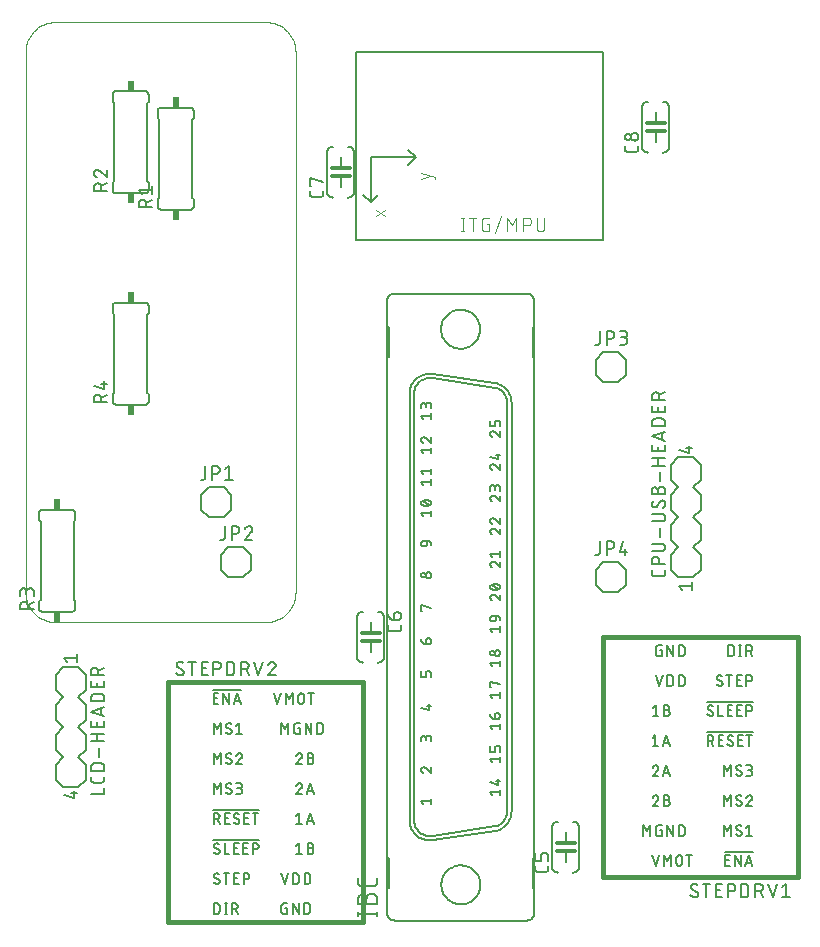
<source format=gbr>
G04 EAGLE Gerber RS-274X export*
G75*
%MOIN*%
%FSLAX34Y34*%
%LPD*%
%INSilkscreen Top*%
%IPPOS*%
%AMOC8*
5,1,8,0,0,1.08239X$1,22.5*%
G01*
%ADD10C,0.006000*%
%ADD11C,0.005000*%
%ADD12C,0.007000*%
%ADD13C,0.016000*%
%ADD14C,0.004000*%
%ADD15C,0.000000*%
%ADD16R,0.024000X0.034000*%
%ADD17C,0.012000*%


D10*
X19160Y4690D02*
X17080Y4380D01*
X19550Y18800D02*
X19548Y18844D01*
X19543Y18888D01*
X19533Y18931D01*
X19521Y18974D01*
X19504Y19015D01*
X19485Y19054D01*
X19462Y19092D01*
X19436Y19128D01*
X19407Y19162D01*
X19376Y19193D01*
X19342Y19221D01*
X19306Y19246D01*
X19268Y19269D01*
X19228Y19288D01*
X19186Y19303D01*
X19144Y19315D01*
X17093Y19618D02*
X17049Y19626D01*
X17004Y19629D01*
X16959Y19630D01*
X16914Y19626D01*
X16869Y19618D01*
X16826Y19607D01*
X16783Y19592D01*
X16742Y19574D01*
X16703Y19552D01*
X16665Y19527D01*
X16630Y19498D01*
X16598Y19467D01*
X16568Y19433D01*
X16541Y19397D01*
X16517Y19359D01*
X16497Y19319D01*
X16480Y19277D01*
X16467Y19234D01*
X16458Y19190D01*
X16452Y19145D01*
X16450Y19100D01*
X17090Y19620D02*
X19150Y19310D01*
X16450Y19100D02*
X16450Y4900D01*
X16452Y4855D01*
X16457Y4811D01*
X16467Y4768D01*
X16480Y4725D01*
X16496Y4683D01*
X16516Y4643D01*
X16539Y4605D01*
X16566Y4569D01*
X16595Y4536D01*
X16627Y4505D01*
X16662Y4476D01*
X16698Y4451D01*
X16737Y4429D01*
X16778Y4410D01*
X16819Y4395D01*
X16862Y4383D01*
X16906Y4375D01*
X16951Y4371D01*
X16995Y4370D01*
X17040Y4373D01*
X17084Y4380D01*
X19153Y4687D02*
X19195Y4700D01*
X19236Y4716D01*
X19275Y4735D01*
X19312Y4758D01*
X19347Y4783D01*
X19380Y4811D01*
X19411Y4842D01*
X19439Y4876D01*
X19464Y4911D01*
X19487Y4949D01*
X19506Y4988D01*
X19522Y5029D01*
X19534Y5071D01*
X19543Y5113D01*
X19548Y5156D01*
X19550Y5200D01*
X19550Y18800D01*
X20400Y2650D02*
X20450Y2650D01*
X20450Y3650D01*
X20400Y3650D02*
X20400Y2650D01*
X20400Y3650D02*
X20450Y3650D01*
X20450Y20350D01*
X20450Y2650D02*
X20450Y1800D01*
X20448Y1770D01*
X20443Y1740D01*
X20434Y1711D01*
X20421Y1684D01*
X20406Y1658D01*
X20387Y1634D01*
X20366Y1613D01*
X20342Y1594D01*
X20316Y1579D01*
X20289Y1566D01*
X20260Y1557D01*
X20230Y1552D01*
X20200Y1550D01*
X20450Y22200D02*
X20448Y22230D01*
X20443Y22260D01*
X20434Y22289D01*
X20421Y22316D01*
X20406Y22342D01*
X20387Y22366D01*
X20366Y22387D01*
X20342Y22406D01*
X20316Y22421D01*
X20289Y22434D01*
X20260Y22443D01*
X20230Y22448D01*
X20200Y22450D01*
X15550Y22200D02*
X15550Y21350D01*
X15800Y22450D02*
X20200Y22450D01*
X15800Y22450D02*
X15770Y22448D01*
X15740Y22443D01*
X15711Y22434D01*
X15684Y22421D01*
X15658Y22406D01*
X15634Y22387D01*
X15613Y22366D01*
X15594Y22342D01*
X15579Y22316D01*
X15566Y22289D01*
X15557Y22260D01*
X15552Y22230D01*
X15550Y22200D01*
X15800Y1550D02*
X20200Y1550D01*
X15800Y1550D02*
X15770Y1552D01*
X15740Y1557D01*
X15711Y1566D01*
X15684Y1579D01*
X15658Y1594D01*
X15634Y1613D01*
X15613Y1634D01*
X15594Y1658D01*
X15579Y1684D01*
X15566Y1711D01*
X15557Y1740D01*
X15552Y1770D01*
X15550Y1800D01*
X20400Y20350D02*
X20450Y20350D01*
X20450Y21350D01*
X20400Y21350D02*
X20400Y20350D01*
X20400Y21350D02*
X20450Y21350D01*
X20450Y22200D01*
X15600Y20350D02*
X15550Y20350D01*
X15550Y3650D01*
X15600Y20350D02*
X15600Y21350D01*
X15550Y21350D01*
X15550Y20350D01*
X15550Y2650D02*
X15600Y2650D01*
X15550Y2650D02*
X15550Y1800D01*
X15600Y2650D02*
X15600Y3650D01*
X15550Y3650D01*
X15550Y2650D01*
X16300Y4900D02*
X16300Y19100D01*
X17090Y19770D02*
X19130Y19470D01*
X17113Y19767D02*
X17064Y19775D01*
X17014Y19779D01*
X16964Y19780D01*
X16914Y19777D01*
X16864Y19770D01*
X16815Y19760D01*
X16767Y19746D01*
X16720Y19728D01*
X16675Y19708D01*
X16631Y19683D01*
X16589Y19656D01*
X16549Y19626D01*
X16511Y19593D01*
X16476Y19557D01*
X16444Y19519D01*
X16415Y19478D01*
X16388Y19435D01*
X16365Y19391D01*
X16346Y19345D01*
X16329Y19297D01*
X16317Y19249D01*
X16307Y19200D01*
X16302Y19150D01*
X16300Y19100D01*
X19160Y4540D02*
X17080Y4230D01*
X17113Y4233D02*
X17064Y4225D01*
X17014Y4221D01*
X16964Y4220D01*
X16914Y4223D01*
X16864Y4230D01*
X16815Y4240D01*
X16767Y4254D01*
X16720Y4272D01*
X16675Y4292D01*
X16631Y4317D01*
X16589Y4344D01*
X16549Y4374D01*
X16511Y4407D01*
X16476Y4443D01*
X16444Y4481D01*
X16415Y4522D01*
X16388Y4565D01*
X16365Y4609D01*
X16346Y4655D01*
X16329Y4702D01*
X16317Y4751D01*
X16307Y4800D01*
X16302Y4850D01*
X16300Y4900D01*
X19700Y5200D02*
X19700Y18800D01*
X19700Y5200D02*
X19698Y5149D01*
X19692Y5097D01*
X19683Y5047D01*
X19669Y4997D01*
X19652Y4949D01*
X19631Y4902D01*
X19607Y4856D01*
X19579Y4813D01*
X19548Y4772D01*
X19514Y4733D01*
X19478Y4697D01*
X19438Y4664D01*
X19396Y4634D01*
X19353Y4607D01*
X19307Y4583D01*
X19259Y4564D01*
X19211Y4547D01*
X19161Y4535D01*
X19110Y4526D01*
X19700Y18800D02*
X19698Y18852D01*
X19692Y18903D01*
X19682Y18953D01*
X19669Y19003D01*
X19652Y19052D01*
X19631Y19099D01*
X19606Y19144D01*
X19579Y19188D01*
X19548Y19229D01*
X19514Y19268D01*
X19477Y19304D01*
X19437Y19337D01*
X19396Y19367D01*
X19352Y19394D01*
X19306Y19417D01*
X19258Y19437D01*
X19209Y19453D01*
X19159Y19466D01*
X19108Y19474D01*
X19057Y19479D01*
X17360Y2740D02*
X17362Y2790D01*
X17368Y2840D01*
X17378Y2890D01*
X17391Y2938D01*
X17408Y2986D01*
X17429Y3032D01*
X17453Y3076D01*
X17481Y3118D01*
X17512Y3158D01*
X17546Y3195D01*
X17583Y3230D01*
X17622Y3261D01*
X17663Y3290D01*
X17707Y3315D01*
X17753Y3337D01*
X17800Y3355D01*
X17848Y3369D01*
X17897Y3380D01*
X17947Y3387D01*
X17997Y3390D01*
X18048Y3389D01*
X18098Y3384D01*
X18148Y3375D01*
X18196Y3363D01*
X18244Y3346D01*
X18290Y3326D01*
X18335Y3303D01*
X18378Y3276D01*
X18418Y3246D01*
X18456Y3213D01*
X18491Y3177D01*
X18524Y3138D01*
X18553Y3097D01*
X18579Y3054D01*
X18602Y3009D01*
X18621Y2962D01*
X18636Y2914D01*
X18648Y2865D01*
X18656Y2815D01*
X18660Y2765D01*
X18660Y2715D01*
X18656Y2665D01*
X18648Y2615D01*
X18636Y2566D01*
X18621Y2518D01*
X18602Y2471D01*
X18579Y2426D01*
X18553Y2383D01*
X18524Y2342D01*
X18491Y2303D01*
X18456Y2267D01*
X18418Y2234D01*
X18378Y2204D01*
X18335Y2177D01*
X18290Y2154D01*
X18244Y2134D01*
X18196Y2117D01*
X18148Y2105D01*
X18098Y2096D01*
X18048Y2091D01*
X17997Y2090D01*
X17947Y2093D01*
X17897Y2100D01*
X17848Y2111D01*
X17800Y2125D01*
X17753Y2143D01*
X17707Y2165D01*
X17663Y2190D01*
X17622Y2219D01*
X17583Y2250D01*
X17546Y2285D01*
X17512Y2322D01*
X17481Y2362D01*
X17453Y2404D01*
X17429Y2448D01*
X17408Y2494D01*
X17391Y2542D01*
X17378Y2590D01*
X17368Y2640D01*
X17362Y2690D01*
X17360Y2740D01*
X17350Y21260D02*
X17352Y21310D01*
X17358Y21360D01*
X17368Y21410D01*
X17381Y21458D01*
X17398Y21506D01*
X17419Y21552D01*
X17443Y21596D01*
X17471Y21638D01*
X17502Y21678D01*
X17536Y21715D01*
X17573Y21750D01*
X17612Y21781D01*
X17653Y21810D01*
X17697Y21835D01*
X17743Y21857D01*
X17790Y21875D01*
X17838Y21889D01*
X17887Y21900D01*
X17937Y21907D01*
X17987Y21910D01*
X18038Y21909D01*
X18088Y21904D01*
X18138Y21895D01*
X18186Y21883D01*
X18234Y21866D01*
X18280Y21846D01*
X18325Y21823D01*
X18368Y21796D01*
X18408Y21766D01*
X18446Y21733D01*
X18481Y21697D01*
X18514Y21658D01*
X18543Y21617D01*
X18569Y21574D01*
X18592Y21529D01*
X18611Y21482D01*
X18626Y21434D01*
X18638Y21385D01*
X18646Y21335D01*
X18650Y21285D01*
X18650Y21235D01*
X18646Y21185D01*
X18638Y21135D01*
X18626Y21086D01*
X18611Y21038D01*
X18592Y20991D01*
X18569Y20946D01*
X18543Y20903D01*
X18514Y20862D01*
X18481Y20823D01*
X18446Y20787D01*
X18408Y20754D01*
X18368Y20724D01*
X18325Y20697D01*
X18280Y20674D01*
X18234Y20654D01*
X18186Y20637D01*
X18138Y20625D01*
X18088Y20616D01*
X18038Y20611D01*
X17987Y20610D01*
X17937Y20613D01*
X17887Y20620D01*
X17838Y20631D01*
X17790Y20645D01*
X17743Y20663D01*
X17697Y20685D01*
X17653Y20710D01*
X17612Y20739D01*
X17573Y20770D01*
X17536Y20805D01*
X17502Y20842D01*
X17471Y20882D01*
X17443Y20924D01*
X17419Y20968D01*
X17398Y21014D01*
X17381Y21062D01*
X17368Y21110D01*
X17358Y21160D01*
X17352Y21210D01*
X17350Y21260D01*
D11*
X16685Y5519D02*
X16761Y5425D01*
X16685Y5519D02*
X17025Y5519D01*
X17025Y5425D02*
X17025Y5614D01*
X16685Y6579D02*
X16687Y6596D01*
X16691Y6612D01*
X16699Y6626D01*
X16710Y6639D01*
X16723Y6650D01*
X16737Y6658D01*
X16753Y6662D01*
X16770Y6664D01*
X16685Y6579D02*
X16687Y6560D01*
X16692Y6541D01*
X16700Y6523D01*
X16712Y6507D01*
X16726Y6494D01*
X16742Y6483D01*
X16760Y6475D01*
X16836Y6636D02*
X16822Y6648D01*
X16806Y6657D01*
X16788Y6662D01*
X16770Y6664D01*
X16836Y6636D02*
X17025Y6475D01*
X17025Y6664D01*
X17025Y7525D02*
X17025Y7619D01*
X17023Y7637D01*
X17018Y7655D01*
X17009Y7671D01*
X16997Y7685D01*
X16983Y7697D01*
X16967Y7706D01*
X16949Y7711D01*
X16931Y7713D01*
X16913Y7711D01*
X16895Y7706D01*
X16879Y7697D01*
X16865Y7685D01*
X16853Y7671D01*
X16844Y7655D01*
X16839Y7637D01*
X16837Y7619D01*
X16685Y7638D02*
X16685Y7525D01*
X16685Y7638D02*
X16687Y7654D01*
X16692Y7669D01*
X16700Y7683D01*
X16710Y7694D01*
X16723Y7704D01*
X16738Y7710D01*
X16753Y7714D01*
X16769Y7714D01*
X16784Y7710D01*
X16799Y7704D01*
X16812Y7694D01*
X16822Y7683D01*
X16830Y7669D01*
X16835Y7654D01*
X16837Y7638D01*
X16836Y7638D02*
X16836Y7563D01*
X16949Y8575D02*
X16685Y8651D01*
X16949Y8575D02*
X16949Y8764D01*
X16874Y8707D02*
X17025Y8707D01*
X17025Y9675D02*
X17025Y9788D01*
X17024Y9803D01*
X17019Y9817D01*
X17012Y9830D01*
X17003Y9842D01*
X16991Y9851D01*
X16978Y9858D01*
X16964Y9863D01*
X16949Y9864D01*
X16912Y9864D01*
X16895Y9862D01*
X16879Y9856D01*
X16865Y9847D01*
X16853Y9835D01*
X16844Y9821D01*
X16838Y9805D01*
X16836Y9788D01*
X16836Y9675D01*
X16685Y9675D01*
X16685Y9864D01*
X16836Y10775D02*
X16836Y10888D01*
X16837Y10903D01*
X16842Y10917D01*
X16849Y10930D01*
X16858Y10942D01*
X16870Y10951D01*
X16883Y10958D01*
X16897Y10963D01*
X16912Y10964D01*
X16931Y10964D01*
X16931Y10963D02*
X16949Y10961D01*
X16967Y10956D01*
X16983Y10947D01*
X16997Y10935D01*
X17009Y10921D01*
X17018Y10905D01*
X17023Y10887D01*
X17025Y10869D01*
X17023Y10851D01*
X17018Y10833D01*
X17009Y10817D01*
X16997Y10803D01*
X16983Y10791D01*
X16967Y10782D01*
X16949Y10777D01*
X16931Y10775D01*
X16836Y10775D01*
X16812Y10777D01*
X16789Y10782D01*
X16767Y10791D01*
X16747Y10804D01*
X16729Y10819D01*
X16714Y10837D01*
X16701Y10857D01*
X16692Y10879D01*
X16687Y10902D01*
X16685Y10926D01*
X16723Y11875D02*
X16685Y11875D01*
X16685Y12064D01*
X17025Y11969D01*
X16931Y12975D02*
X16913Y12977D01*
X16895Y12982D01*
X16879Y12991D01*
X16865Y13003D01*
X16853Y13017D01*
X16844Y13033D01*
X16839Y13051D01*
X16837Y13069D01*
X16839Y13087D01*
X16844Y13105D01*
X16853Y13121D01*
X16865Y13135D01*
X16879Y13147D01*
X16895Y13156D01*
X16913Y13161D01*
X16931Y13163D01*
X16949Y13161D01*
X16967Y13156D01*
X16983Y13147D01*
X16997Y13135D01*
X17009Y13121D01*
X17018Y13105D01*
X17023Y13087D01*
X17025Y13069D01*
X17023Y13051D01*
X17018Y13033D01*
X17009Y13017D01*
X16997Y13003D01*
X16983Y12991D01*
X16967Y12982D01*
X16949Y12977D01*
X16931Y12975D01*
X16761Y12993D02*
X16745Y12995D01*
X16730Y13000D01*
X16716Y13008D01*
X16705Y13018D01*
X16695Y13031D01*
X16689Y13046D01*
X16685Y13061D01*
X16685Y13077D01*
X16689Y13092D01*
X16695Y13107D01*
X16705Y13120D01*
X16716Y13130D01*
X16730Y13138D01*
X16745Y13143D01*
X16761Y13145D01*
X16777Y13143D01*
X16792Y13138D01*
X16806Y13130D01*
X16817Y13120D01*
X16827Y13107D01*
X16833Y13092D01*
X16837Y13077D01*
X16837Y13061D01*
X16833Y13046D01*
X16827Y13031D01*
X16817Y13018D01*
X16806Y13008D01*
X16792Y13000D01*
X16777Y12995D01*
X16761Y12993D01*
X16874Y14101D02*
X16874Y14214D01*
X16874Y14101D02*
X16872Y14084D01*
X16866Y14068D01*
X16857Y14054D01*
X16845Y14042D01*
X16831Y14033D01*
X16815Y14027D01*
X16798Y14025D01*
X16779Y14025D01*
X16761Y14027D01*
X16743Y14032D01*
X16727Y14041D01*
X16713Y14053D01*
X16701Y14067D01*
X16692Y14083D01*
X16687Y14101D01*
X16685Y14119D01*
X16687Y14137D01*
X16692Y14155D01*
X16701Y14171D01*
X16713Y14185D01*
X16727Y14197D01*
X16743Y14206D01*
X16761Y14211D01*
X16779Y14213D01*
X16779Y14214D02*
X16874Y14214D01*
X16898Y14212D01*
X16921Y14207D01*
X16943Y14198D01*
X16963Y14185D01*
X16981Y14170D01*
X16996Y14152D01*
X17009Y14132D01*
X17018Y14110D01*
X17023Y14087D01*
X17025Y14063D01*
X16761Y15025D02*
X16685Y15119D01*
X17025Y15119D01*
X17025Y15025D02*
X17025Y15214D01*
X16855Y15376D02*
X16823Y15378D01*
X16792Y15383D01*
X16762Y15392D01*
X16732Y15404D01*
X16719Y15410D01*
X16708Y15418D01*
X16698Y15429D01*
X16691Y15442D01*
X16686Y15456D01*
X16685Y15470D01*
X16686Y15484D01*
X16691Y15498D01*
X16698Y15511D01*
X16708Y15522D01*
X16719Y15530D01*
X16732Y15536D01*
X16732Y15537D02*
X16762Y15549D01*
X16792Y15558D01*
X16823Y15563D01*
X16855Y15565D01*
X16855Y15376D02*
X16887Y15378D01*
X16918Y15383D01*
X16948Y15392D01*
X16978Y15404D01*
X16991Y15410D01*
X17002Y15418D01*
X17012Y15429D01*
X17019Y15442D01*
X17024Y15456D01*
X17025Y15470D01*
X16978Y15537D02*
X16948Y15549D01*
X16918Y15558D01*
X16887Y15563D01*
X16855Y15565D01*
X16978Y15536D02*
X16991Y15530D01*
X17002Y15522D01*
X17012Y15511D01*
X17019Y15498D01*
X17024Y15484D01*
X17025Y15470D01*
X16949Y15395D02*
X16761Y15546D01*
X16761Y16075D02*
X16685Y16169D01*
X17025Y16169D01*
X17025Y16075D02*
X17025Y16264D01*
X16761Y16426D02*
X16685Y16520D01*
X17025Y16520D01*
X17025Y16426D02*
X17025Y16615D01*
X16761Y17125D02*
X16685Y17219D01*
X17025Y17219D01*
X17025Y17125D02*
X17025Y17314D01*
X16685Y17580D02*
X16687Y17597D01*
X16691Y17613D01*
X16699Y17627D01*
X16710Y17640D01*
X16723Y17651D01*
X16737Y17659D01*
X16753Y17663D01*
X16770Y17665D01*
X16685Y17580D02*
X16687Y17561D01*
X16692Y17542D01*
X16700Y17524D01*
X16712Y17508D01*
X16726Y17495D01*
X16742Y17484D01*
X16760Y17476D01*
X16836Y17637D02*
X16822Y17649D01*
X16806Y17658D01*
X16788Y17663D01*
X16770Y17665D01*
X16836Y17637D02*
X17025Y17476D01*
X17025Y17665D01*
X16761Y18275D02*
X16685Y18369D01*
X17025Y18369D01*
X17025Y18275D02*
X17025Y18464D01*
X17025Y18626D02*
X17025Y18720D01*
X17023Y18738D01*
X17018Y18756D01*
X17009Y18772D01*
X16997Y18786D01*
X16983Y18798D01*
X16967Y18807D01*
X16949Y18812D01*
X16931Y18814D01*
X16913Y18812D01*
X16895Y18807D01*
X16879Y18798D01*
X16865Y18786D01*
X16853Y18772D01*
X16844Y18756D01*
X16839Y18738D01*
X16837Y18720D01*
X16685Y18739D02*
X16685Y18626D01*
X16685Y18739D02*
X16687Y18755D01*
X16692Y18770D01*
X16700Y18784D01*
X16710Y18795D01*
X16723Y18805D01*
X16738Y18811D01*
X16753Y18815D01*
X16769Y18815D01*
X16784Y18811D01*
X16799Y18805D01*
X16812Y18795D01*
X16822Y18784D01*
X16830Y18770D01*
X16835Y18755D01*
X16837Y18739D01*
X16836Y18739D02*
X16836Y18664D01*
X18985Y5819D02*
X19061Y5725D01*
X18985Y5819D02*
X19325Y5819D01*
X19325Y5725D02*
X19325Y5914D01*
X19249Y6076D02*
X18985Y6152D01*
X19249Y6076D02*
X19249Y6265D01*
X19174Y6208D02*
X19325Y6208D01*
X19061Y6825D02*
X18985Y6919D01*
X19325Y6919D01*
X19325Y6825D02*
X19325Y7014D01*
X19325Y7176D02*
X19325Y7289D01*
X19324Y7304D01*
X19319Y7318D01*
X19312Y7331D01*
X19303Y7343D01*
X19291Y7352D01*
X19278Y7359D01*
X19264Y7364D01*
X19249Y7365D01*
X19212Y7365D01*
X19195Y7363D01*
X19179Y7357D01*
X19165Y7348D01*
X19153Y7336D01*
X19144Y7322D01*
X19138Y7306D01*
X19136Y7289D01*
X19136Y7176D01*
X18985Y7176D01*
X18985Y7365D01*
X19061Y7925D02*
X18985Y8019D01*
X19325Y8019D01*
X19325Y7925D02*
X19325Y8114D01*
X19136Y8276D02*
X19136Y8389D01*
X19137Y8404D01*
X19142Y8418D01*
X19149Y8431D01*
X19158Y8443D01*
X19170Y8452D01*
X19183Y8459D01*
X19197Y8464D01*
X19212Y8465D01*
X19231Y8465D01*
X19231Y8464D02*
X19249Y8462D01*
X19267Y8457D01*
X19283Y8448D01*
X19297Y8436D01*
X19309Y8422D01*
X19318Y8406D01*
X19323Y8388D01*
X19325Y8370D01*
X19323Y8352D01*
X19318Y8334D01*
X19309Y8318D01*
X19297Y8304D01*
X19283Y8292D01*
X19267Y8283D01*
X19249Y8278D01*
X19231Y8276D01*
X19136Y8276D01*
X19112Y8278D01*
X19089Y8283D01*
X19067Y8292D01*
X19047Y8305D01*
X19029Y8320D01*
X19014Y8338D01*
X19001Y8358D01*
X18992Y8380D01*
X18987Y8403D01*
X18985Y8427D01*
X19061Y8975D02*
X18985Y9069D01*
X19325Y9069D01*
X19325Y8975D02*
X19325Y9164D01*
X19023Y9326D02*
X18985Y9326D01*
X18985Y9515D01*
X19325Y9420D01*
X19061Y10025D02*
X18985Y10119D01*
X19325Y10119D01*
X19325Y10025D02*
X19325Y10214D01*
X19231Y10376D02*
X19213Y10378D01*
X19195Y10383D01*
X19179Y10392D01*
X19165Y10404D01*
X19153Y10418D01*
X19144Y10434D01*
X19139Y10452D01*
X19137Y10470D01*
X19139Y10488D01*
X19144Y10506D01*
X19153Y10522D01*
X19165Y10536D01*
X19179Y10548D01*
X19195Y10557D01*
X19213Y10562D01*
X19231Y10564D01*
X19249Y10562D01*
X19267Y10557D01*
X19283Y10548D01*
X19297Y10536D01*
X19309Y10522D01*
X19318Y10506D01*
X19323Y10488D01*
X19325Y10470D01*
X19323Y10452D01*
X19318Y10434D01*
X19309Y10418D01*
X19297Y10404D01*
X19283Y10392D01*
X19267Y10383D01*
X19249Y10378D01*
X19231Y10376D01*
X19061Y10394D02*
X19045Y10396D01*
X19030Y10401D01*
X19016Y10409D01*
X19005Y10419D01*
X18995Y10432D01*
X18989Y10447D01*
X18985Y10462D01*
X18985Y10478D01*
X18989Y10493D01*
X18995Y10508D01*
X19005Y10521D01*
X19016Y10531D01*
X19030Y10539D01*
X19045Y10544D01*
X19061Y10546D01*
X19077Y10544D01*
X19092Y10539D01*
X19106Y10531D01*
X19117Y10521D01*
X19127Y10508D01*
X19133Y10493D01*
X19137Y10478D01*
X19137Y10462D01*
X19133Y10447D01*
X19127Y10432D01*
X19117Y10419D01*
X19106Y10409D01*
X19092Y10401D01*
X19077Y10396D01*
X19061Y10394D01*
X19061Y11175D02*
X18985Y11269D01*
X19325Y11269D01*
X19325Y11175D02*
X19325Y11364D01*
X19174Y11602D02*
X19174Y11715D01*
X19174Y11602D02*
X19172Y11585D01*
X19166Y11569D01*
X19157Y11555D01*
X19145Y11543D01*
X19131Y11534D01*
X19115Y11528D01*
X19098Y11526D01*
X19079Y11526D01*
X19061Y11528D01*
X19043Y11533D01*
X19027Y11542D01*
X19013Y11554D01*
X19001Y11568D01*
X18992Y11584D01*
X18987Y11602D01*
X18985Y11620D01*
X18987Y11638D01*
X18992Y11656D01*
X19001Y11672D01*
X19013Y11686D01*
X19027Y11698D01*
X19043Y11707D01*
X19061Y11712D01*
X19079Y11714D01*
X19079Y11715D02*
X19174Y11715D01*
X19198Y11713D01*
X19221Y11708D01*
X19243Y11699D01*
X19263Y11686D01*
X19281Y11671D01*
X19296Y11653D01*
X19309Y11633D01*
X19318Y11611D01*
X19323Y11588D01*
X19325Y11564D01*
X18985Y12329D02*
X18987Y12346D01*
X18991Y12362D01*
X18999Y12376D01*
X19010Y12389D01*
X19023Y12400D01*
X19037Y12408D01*
X19053Y12412D01*
X19070Y12414D01*
X18985Y12329D02*
X18987Y12310D01*
X18992Y12291D01*
X19000Y12273D01*
X19012Y12257D01*
X19026Y12244D01*
X19042Y12233D01*
X19060Y12225D01*
X19136Y12386D02*
X19122Y12398D01*
X19106Y12407D01*
X19088Y12412D01*
X19070Y12414D01*
X19136Y12386D02*
X19325Y12225D01*
X19325Y12414D01*
X19155Y12576D02*
X19123Y12578D01*
X19092Y12583D01*
X19062Y12592D01*
X19032Y12604D01*
X19019Y12610D01*
X19008Y12618D01*
X18998Y12629D01*
X18991Y12642D01*
X18986Y12656D01*
X18985Y12670D01*
X18986Y12684D01*
X18991Y12698D01*
X18998Y12711D01*
X19008Y12722D01*
X19019Y12730D01*
X19032Y12736D01*
X19032Y12737D02*
X19062Y12749D01*
X19092Y12758D01*
X19123Y12763D01*
X19155Y12765D01*
X19155Y12576D02*
X19187Y12578D01*
X19218Y12583D01*
X19248Y12592D01*
X19278Y12604D01*
X19291Y12610D01*
X19302Y12618D01*
X19312Y12629D01*
X19319Y12642D01*
X19324Y12656D01*
X19325Y12670D01*
X19278Y12737D02*
X19248Y12749D01*
X19218Y12758D01*
X19187Y12763D01*
X19155Y12765D01*
X19278Y12736D02*
X19291Y12730D01*
X19302Y12722D01*
X19312Y12711D01*
X19319Y12698D01*
X19324Y12684D01*
X19325Y12670D01*
X19249Y12595D02*
X19061Y12746D01*
X18985Y13429D02*
X18987Y13446D01*
X18991Y13462D01*
X18999Y13476D01*
X19010Y13489D01*
X19023Y13500D01*
X19037Y13508D01*
X19053Y13512D01*
X19070Y13514D01*
X18985Y13429D02*
X18987Y13410D01*
X18992Y13391D01*
X19000Y13373D01*
X19012Y13357D01*
X19026Y13344D01*
X19042Y13333D01*
X19060Y13325D01*
X19136Y13486D02*
X19122Y13498D01*
X19106Y13507D01*
X19088Y13512D01*
X19070Y13514D01*
X19136Y13486D02*
X19325Y13325D01*
X19325Y13514D01*
X19061Y13676D02*
X18985Y13770D01*
X19325Y13770D01*
X19325Y13676D02*
X19325Y13865D01*
X18985Y14529D02*
X18987Y14546D01*
X18991Y14562D01*
X18999Y14576D01*
X19010Y14589D01*
X19023Y14600D01*
X19037Y14608D01*
X19053Y14612D01*
X19070Y14614D01*
X18985Y14529D02*
X18987Y14510D01*
X18992Y14491D01*
X19000Y14473D01*
X19012Y14457D01*
X19026Y14444D01*
X19042Y14433D01*
X19060Y14425D01*
X19136Y14586D02*
X19122Y14598D01*
X19106Y14607D01*
X19088Y14612D01*
X19070Y14614D01*
X19136Y14586D02*
X19325Y14425D01*
X19325Y14614D01*
X18985Y14880D02*
X18987Y14897D01*
X18991Y14913D01*
X18999Y14927D01*
X19010Y14940D01*
X19023Y14951D01*
X19037Y14959D01*
X19053Y14963D01*
X19070Y14965D01*
X18985Y14880D02*
X18987Y14861D01*
X18992Y14842D01*
X19000Y14824D01*
X19012Y14808D01*
X19026Y14795D01*
X19042Y14784D01*
X19060Y14776D01*
X19136Y14937D02*
X19122Y14949D01*
X19106Y14958D01*
X19088Y14963D01*
X19070Y14965D01*
X19136Y14937D02*
X19325Y14776D01*
X19325Y14965D01*
X18985Y15629D02*
X18987Y15646D01*
X18991Y15662D01*
X18999Y15676D01*
X19010Y15689D01*
X19023Y15700D01*
X19037Y15708D01*
X19053Y15712D01*
X19070Y15714D01*
X18985Y15629D02*
X18987Y15610D01*
X18992Y15591D01*
X19000Y15573D01*
X19012Y15557D01*
X19026Y15544D01*
X19042Y15533D01*
X19060Y15525D01*
X19136Y15686D02*
X19122Y15698D01*
X19106Y15707D01*
X19088Y15712D01*
X19070Y15714D01*
X19136Y15686D02*
X19325Y15525D01*
X19325Y15714D01*
X19325Y15876D02*
X19325Y15970D01*
X19323Y15988D01*
X19318Y16006D01*
X19309Y16022D01*
X19297Y16036D01*
X19283Y16048D01*
X19267Y16057D01*
X19249Y16062D01*
X19231Y16064D01*
X19213Y16062D01*
X19195Y16057D01*
X19179Y16048D01*
X19165Y16036D01*
X19153Y16022D01*
X19144Y16006D01*
X19139Y15988D01*
X19137Y15970D01*
X18985Y15989D02*
X18985Y15876D01*
X18985Y15989D02*
X18987Y16005D01*
X18992Y16020D01*
X19000Y16034D01*
X19010Y16045D01*
X19023Y16055D01*
X19038Y16061D01*
X19053Y16065D01*
X19069Y16065D01*
X19084Y16061D01*
X19099Y16055D01*
X19112Y16045D01*
X19122Y16034D01*
X19130Y16020D01*
X19135Y16005D01*
X19137Y15989D01*
X19136Y15989D02*
X19136Y15914D01*
X18985Y16679D02*
X18987Y16696D01*
X18991Y16712D01*
X18999Y16726D01*
X19010Y16739D01*
X19023Y16750D01*
X19037Y16758D01*
X19053Y16762D01*
X19070Y16764D01*
X18985Y16679D02*
X18987Y16660D01*
X18992Y16641D01*
X19000Y16623D01*
X19012Y16607D01*
X19026Y16594D01*
X19042Y16583D01*
X19060Y16575D01*
X19136Y16736D02*
X19122Y16748D01*
X19106Y16757D01*
X19088Y16762D01*
X19070Y16764D01*
X19136Y16736D02*
X19325Y16575D01*
X19325Y16764D01*
X19249Y16926D02*
X18985Y17002D01*
X19249Y16926D02*
X19249Y17115D01*
X19174Y17058D02*
X19325Y17058D01*
X18985Y17779D02*
X18987Y17796D01*
X18991Y17812D01*
X18999Y17826D01*
X19010Y17839D01*
X19023Y17850D01*
X19037Y17858D01*
X19053Y17862D01*
X19070Y17864D01*
X18985Y17779D02*
X18987Y17760D01*
X18992Y17741D01*
X19000Y17723D01*
X19012Y17707D01*
X19026Y17694D01*
X19042Y17683D01*
X19060Y17675D01*
X19136Y17836D02*
X19122Y17848D01*
X19106Y17857D01*
X19088Y17862D01*
X19070Y17864D01*
X19136Y17836D02*
X19325Y17675D01*
X19325Y17864D01*
X19325Y18026D02*
X19325Y18139D01*
X19324Y18154D01*
X19319Y18168D01*
X19312Y18181D01*
X19303Y18193D01*
X19291Y18202D01*
X19278Y18209D01*
X19264Y18214D01*
X19249Y18215D01*
X19212Y18215D01*
X19195Y18213D01*
X19179Y18207D01*
X19165Y18198D01*
X19153Y18186D01*
X19144Y18172D01*
X19138Y18156D01*
X19136Y18139D01*
X19136Y18026D01*
X18985Y18026D01*
X18985Y18215D01*
D12*
X15215Y1755D02*
X14585Y1755D01*
X15215Y1685D02*
X15215Y1825D01*
X14585Y1825D02*
X14585Y1685D01*
X14865Y2102D02*
X14865Y2277D01*
X14867Y2302D01*
X14872Y2326D01*
X14881Y2350D01*
X14893Y2372D01*
X14908Y2392D01*
X14925Y2409D01*
X14945Y2424D01*
X14967Y2436D01*
X14991Y2445D01*
X15015Y2450D01*
X15040Y2452D01*
X15065Y2450D01*
X15089Y2445D01*
X15113Y2436D01*
X15135Y2424D01*
X15155Y2409D01*
X15172Y2392D01*
X15187Y2372D01*
X15199Y2350D01*
X15208Y2326D01*
X15213Y2302D01*
X15215Y2277D01*
X15215Y2102D01*
X14585Y2102D01*
X14585Y2277D01*
X14587Y2299D01*
X14592Y2320D01*
X14600Y2341D01*
X14612Y2359D01*
X14626Y2376D01*
X14643Y2390D01*
X14661Y2402D01*
X14682Y2410D01*
X14703Y2415D01*
X14725Y2417D01*
X14747Y2415D01*
X14768Y2410D01*
X14789Y2402D01*
X14807Y2390D01*
X14824Y2376D01*
X14838Y2359D01*
X14850Y2341D01*
X14858Y2320D01*
X14863Y2299D01*
X14865Y2277D01*
X15215Y2826D02*
X15215Y2966D01*
X15215Y2826D02*
X15213Y2804D01*
X15208Y2783D01*
X15200Y2762D01*
X15188Y2744D01*
X15174Y2727D01*
X15157Y2713D01*
X15139Y2701D01*
X15118Y2693D01*
X15097Y2688D01*
X15075Y2686D01*
X14725Y2686D01*
X14703Y2688D01*
X14682Y2693D01*
X14661Y2701D01*
X14643Y2713D01*
X14626Y2727D01*
X14612Y2744D01*
X14600Y2762D01*
X14592Y2783D01*
X14587Y2804D01*
X14585Y2826D01*
X14585Y2966D01*
D10*
X25000Y13250D02*
X25000Y13750D01*
X25250Y14000D01*
X25750Y14000D02*
X26000Y13750D01*
X25250Y14000D02*
X25000Y14250D01*
X25000Y14750D01*
X25250Y15000D01*
X25750Y15000D02*
X26000Y14750D01*
X26000Y14250D01*
X25750Y14000D01*
X25750Y13000D02*
X25250Y13000D01*
X25000Y13250D01*
X25750Y13000D02*
X26000Y13250D01*
X26000Y13750D01*
X25250Y15000D02*
X25000Y15250D01*
X25000Y15750D01*
X25250Y16000D01*
X25750Y16000D02*
X26000Y15750D01*
X26000Y15250D01*
X25750Y15000D01*
X25000Y16250D02*
X25000Y16750D01*
X25250Y17000D01*
X25750Y17000D01*
X26000Y16750D01*
X25250Y16000D02*
X25000Y16250D01*
X25750Y16000D02*
X26000Y16250D01*
X26000Y16750D01*
D11*
X25275Y12700D02*
X25375Y12575D01*
X25275Y12700D02*
X25725Y12700D01*
X25725Y12575D02*
X25725Y12825D01*
X25625Y17125D02*
X25275Y17225D01*
X25625Y17125D02*
X25625Y17375D01*
X25525Y17300D02*
X25725Y17300D01*
X24825Y13225D02*
X24825Y13125D01*
X24823Y13108D01*
X24819Y13091D01*
X24812Y13075D01*
X24802Y13061D01*
X24789Y13048D01*
X24775Y13038D01*
X24759Y13031D01*
X24742Y13027D01*
X24725Y13025D01*
X24475Y13025D01*
X24458Y13027D01*
X24441Y13031D01*
X24425Y13038D01*
X24411Y13048D01*
X24398Y13061D01*
X24388Y13075D01*
X24381Y13091D01*
X24377Y13108D01*
X24375Y13125D01*
X24375Y13225D01*
X24375Y13424D02*
X24825Y13424D01*
X24375Y13424D02*
X24375Y13549D01*
X24377Y13570D01*
X24382Y13590D01*
X24390Y13608D01*
X24401Y13626D01*
X24415Y13641D01*
X24432Y13654D01*
X24450Y13663D01*
X24469Y13670D01*
X24490Y13674D01*
X24510Y13674D01*
X24531Y13670D01*
X24550Y13663D01*
X24568Y13654D01*
X24585Y13641D01*
X24599Y13626D01*
X24610Y13608D01*
X24618Y13590D01*
X24623Y13570D01*
X24625Y13549D01*
X24625Y13424D01*
X24700Y13866D02*
X24375Y13866D01*
X24700Y13866D02*
X24721Y13868D01*
X24741Y13873D01*
X24759Y13881D01*
X24777Y13892D01*
X24792Y13906D01*
X24805Y13923D01*
X24814Y13941D01*
X24821Y13960D01*
X24825Y13981D01*
X24825Y14001D01*
X24821Y14022D01*
X24814Y14041D01*
X24805Y14059D01*
X24792Y14076D01*
X24777Y14090D01*
X24759Y14101D01*
X24741Y14109D01*
X24721Y14114D01*
X24700Y14116D01*
X24375Y14116D01*
X24650Y14336D02*
X24650Y14636D01*
X24700Y14856D02*
X24375Y14856D01*
X24700Y14856D02*
X24721Y14858D01*
X24741Y14863D01*
X24759Y14871D01*
X24777Y14882D01*
X24792Y14896D01*
X24805Y14913D01*
X24814Y14931D01*
X24821Y14950D01*
X24825Y14971D01*
X24825Y14991D01*
X24821Y15012D01*
X24814Y15031D01*
X24805Y15049D01*
X24792Y15066D01*
X24777Y15080D01*
X24759Y15091D01*
X24741Y15099D01*
X24721Y15104D01*
X24700Y15106D01*
X24375Y15106D01*
X24825Y15456D02*
X24823Y15473D01*
X24819Y15490D01*
X24812Y15506D01*
X24802Y15520D01*
X24789Y15533D01*
X24775Y15543D01*
X24759Y15550D01*
X24742Y15554D01*
X24725Y15556D01*
X24825Y15456D02*
X24823Y15428D01*
X24818Y15401D01*
X24809Y15375D01*
X24796Y15350D01*
X24781Y15327D01*
X24763Y15306D01*
X24475Y15319D02*
X24458Y15321D01*
X24441Y15325D01*
X24425Y15332D01*
X24411Y15342D01*
X24398Y15355D01*
X24388Y15369D01*
X24381Y15385D01*
X24377Y15402D01*
X24375Y15419D01*
X24377Y15443D01*
X24381Y15467D01*
X24389Y15490D01*
X24399Y15512D01*
X24413Y15532D01*
X24475Y15319D02*
X24493Y15321D01*
X24510Y15325D01*
X24526Y15332D01*
X24540Y15342D01*
X24553Y15355D01*
X24563Y15369D01*
X24637Y15507D02*
X24647Y15521D01*
X24660Y15534D01*
X24674Y15544D01*
X24690Y15551D01*
X24707Y15555D01*
X24725Y15557D01*
X24638Y15506D02*
X24563Y15369D01*
X24575Y15764D02*
X24575Y15889D01*
X24577Y15910D01*
X24582Y15930D01*
X24590Y15948D01*
X24601Y15966D01*
X24615Y15981D01*
X24632Y15994D01*
X24650Y16003D01*
X24669Y16010D01*
X24690Y16014D01*
X24710Y16014D01*
X24731Y16010D01*
X24750Y16003D01*
X24768Y15994D01*
X24785Y15981D01*
X24799Y15966D01*
X24810Y15948D01*
X24818Y15930D01*
X24823Y15910D01*
X24825Y15889D01*
X24825Y15764D01*
X24375Y15764D01*
X24375Y15889D01*
X24377Y15907D01*
X24382Y15925D01*
X24390Y15942D01*
X24401Y15956D01*
X24415Y15969D01*
X24430Y15979D01*
X24448Y15985D01*
X24466Y15989D01*
X24484Y15989D01*
X24502Y15985D01*
X24520Y15979D01*
X24535Y15969D01*
X24549Y15956D01*
X24560Y15942D01*
X24568Y15925D01*
X24573Y15907D01*
X24575Y15889D01*
X24650Y16196D02*
X24650Y16496D01*
X24825Y16716D02*
X24375Y16716D01*
X24575Y16716D02*
X24575Y16966D01*
X24375Y16966D02*
X24825Y16966D01*
X24825Y17197D02*
X24825Y17397D01*
X24825Y17197D02*
X24375Y17197D01*
X24375Y17397D01*
X24575Y17347D02*
X24575Y17197D01*
X24825Y17546D02*
X24375Y17696D01*
X24825Y17846D01*
X24713Y17809D02*
X24713Y17584D01*
X24825Y18036D02*
X24375Y18036D01*
X24375Y18161D01*
X24377Y18181D01*
X24381Y18200D01*
X24389Y18218D01*
X24399Y18234D01*
X24412Y18249D01*
X24427Y18262D01*
X24443Y18272D01*
X24461Y18280D01*
X24480Y18284D01*
X24500Y18286D01*
X24700Y18286D01*
X24720Y18284D01*
X24739Y18280D01*
X24757Y18272D01*
X24773Y18262D01*
X24788Y18249D01*
X24801Y18234D01*
X24811Y18218D01*
X24819Y18200D01*
X24823Y18181D01*
X24825Y18161D01*
X24825Y18036D01*
X24825Y18517D02*
X24825Y18717D01*
X24825Y18517D02*
X24375Y18517D01*
X24375Y18717D01*
X24575Y18667D02*
X24575Y18517D01*
X24375Y18910D02*
X24825Y18910D01*
X24375Y18910D02*
X24375Y19035D01*
X24377Y19056D01*
X24382Y19076D01*
X24390Y19094D01*
X24401Y19112D01*
X24415Y19127D01*
X24432Y19140D01*
X24450Y19149D01*
X24469Y19156D01*
X24490Y19160D01*
X24510Y19160D01*
X24531Y19156D01*
X24550Y19149D01*
X24568Y19140D01*
X24585Y19127D01*
X24599Y19112D01*
X24610Y19094D01*
X24618Y19076D01*
X24623Y19056D01*
X24625Y19035D01*
X24625Y18910D01*
X24625Y19060D02*
X24825Y19160D01*
D10*
X5500Y9750D02*
X5500Y9250D01*
X5250Y9000D01*
X4750Y9000D02*
X4500Y9250D01*
X5250Y9000D02*
X5500Y8750D01*
X5500Y8250D01*
X5250Y8000D01*
X4750Y8000D02*
X4500Y8250D01*
X4500Y8750D01*
X4750Y9000D01*
X4750Y10000D02*
X5250Y10000D01*
X5500Y9750D01*
X4750Y10000D02*
X4500Y9750D01*
X4500Y9250D01*
X5250Y8000D02*
X5500Y7750D01*
X5500Y7250D01*
X5250Y7000D01*
X4750Y7000D02*
X4500Y7250D01*
X4500Y7750D01*
X4750Y8000D01*
X5500Y6750D02*
X5500Y6250D01*
X5250Y6000D01*
X4750Y6000D01*
X4500Y6250D01*
X5250Y7000D02*
X5500Y6750D01*
X4750Y7000D02*
X4500Y6750D01*
X4500Y6250D01*
D11*
X4875Y10175D02*
X4775Y10300D01*
X5225Y10300D01*
X5225Y10175D02*
X5225Y10425D01*
X4775Y5725D02*
X5125Y5625D01*
X5125Y5875D01*
X5025Y5800D02*
X5225Y5800D01*
X5675Y5778D02*
X6125Y5778D01*
X6125Y5978D01*
X6125Y6250D02*
X6125Y6350D01*
X6125Y6250D02*
X6123Y6233D01*
X6119Y6216D01*
X6112Y6200D01*
X6102Y6186D01*
X6089Y6173D01*
X6075Y6163D01*
X6059Y6156D01*
X6042Y6152D01*
X6025Y6150D01*
X5775Y6150D01*
X5758Y6152D01*
X5741Y6156D01*
X5725Y6163D01*
X5711Y6173D01*
X5698Y6186D01*
X5688Y6200D01*
X5681Y6216D01*
X5677Y6233D01*
X5675Y6250D01*
X5675Y6350D01*
X5675Y6542D02*
X6125Y6542D01*
X5675Y6542D02*
X5675Y6667D01*
X5677Y6687D01*
X5681Y6706D01*
X5689Y6724D01*
X5699Y6740D01*
X5712Y6755D01*
X5727Y6768D01*
X5743Y6778D01*
X5761Y6786D01*
X5780Y6790D01*
X5800Y6792D01*
X6000Y6792D01*
X6020Y6790D01*
X6039Y6786D01*
X6057Y6778D01*
X6073Y6768D01*
X6088Y6755D01*
X6101Y6740D01*
X6111Y6724D01*
X6119Y6706D01*
X6123Y6687D01*
X6125Y6667D01*
X6125Y6542D01*
X5950Y7012D02*
X5950Y7312D01*
X6125Y7532D02*
X5675Y7532D01*
X5875Y7532D02*
X5875Y7782D01*
X5675Y7782D02*
X6125Y7782D01*
X6125Y8013D02*
X6125Y8213D01*
X6125Y8013D02*
X5675Y8013D01*
X5675Y8213D01*
X5875Y8163D02*
X5875Y8013D01*
X6125Y8362D02*
X5675Y8512D01*
X6125Y8662D01*
X6013Y8624D02*
X6013Y8399D01*
X6125Y8852D02*
X5675Y8852D01*
X5675Y8977D01*
X5677Y8997D01*
X5681Y9016D01*
X5689Y9034D01*
X5699Y9050D01*
X5712Y9065D01*
X5727Y9078D01*
X5743Y9088D01*
X5761Y9096D01*
X5780Y9100D01*
X5800Y9102D01*
X6000Y9102D01*
X6020Y9100D01*
X6039Y9096D01*
X6057Y9088D01*
X6073Y9078D01*
X6088Y9065D01*
X6101Y9050D01*
X6111Y9034D01*
X6119Y9016D01*
X6123Y8997D01*
X6125Y8977D01*
X6125Y8852D01*
X6125Y9333D02*
X6125Y9533D01*
X6125Y9333D02*
X5675Y9333D01*
X5675Y9533D01*
X5875Y9483D02*
X5875Y9333D01*
X5675Y9725D02*
X6125Y9725D01*
X5675Y9725D02*
X5675Y9850D01*
X5677Y9871D01*
X5682Y9891D01*
X5690Y9909D01*
X5701Y9927D01*
X5715Y9942D01*
X5732Y9955D01*
X5750Y9964D01*
X5769Y9971D01*
X5790Y9975D01*
X5810Y9975D01*
X5831Y9971D01*
X5850Y9964D01*
X5868Y9955D01*
X5885Y9942D01*
X5899Y9927D01*
X5910Y9909D01*
X5918Y9891D01*
X5923Y9871D01*
X5925Y9850D01*
X5925Y9725D01*
X5925Y9875D02*
X6125Y9975D01*
D13*
X22750Y3000D02*
X29250Y3000D01*
X22750Y3000D02*
X22750Y11000D01*
X29250Y11000D01*
X29250Y3000D01*
D11*
X26779Y4375D02*
X26779Y4725D01*
X26896Y4531D01*
X27012Y4725D01*
X27012Y4375D01*
X27299Y4375D02*
X27314Y4376D01*
X27329Y4381D01*
X27342Y4388D01*
X27354Y4398D01*
X27364Y4410D01*
X27371Y4423D01*
X27376Y4438D01*
X27377Y4453D01*
X27299Y4375D02*
X27277Y4376D01*
X27256Y4381D01*
X27236Y4388D01*
X27217Y4397D01*
X27199Y4409D01*
X27183Y4424D01*
X27192Y4647D02*
X27193Y4662D01*
X27198Y4677D01*
X27205Y4690D01*
X27215Y4702D01*
X27227Y4712D01*
X27240Y4719D01*
X27255Y4724D01*
X27270Y4725D01*
X27293Y4723D01*
X27316Y4718D01*
X27338Y4708D01*
X27358Y4696D01*
X27231Y4579D02*
X27218Y4589D01*
X27207Y4601D01*
X27199Y4615D01*
X27194Y4631D01*
X27192Y4647D01*
X27338Y4521D02*
X27351Y4511D01*
X27362Y4499D01*
X27370Y4485D01*
X27375Y4469D01*
X27377Y4453D01*
X27338Y4521D02*
X27231Y4579D01*
X27531Y4647D02*
X27628Y4725D01*
X27628Y4375D01*
X27531Y4375D02*
X27725Y4375D01*
X26779Y5375D02*
X26779Y5725D01*
X26896Y5531D01*
X27012Y5725D01*
X27012Y5375D01*
X27299Y5375D02*
X27314Y5376D01*
X27329Y5381D01*
X27342Y5388D01*
X27354Y5398D01*
X27364Y5410D01*
X27371Y5423D01*
X27376Y5438D01*
X27377Y5453D01*
X27299Y5375D02*
X27277Y5376D01*
X27256Y5381D01*
X27236Y5388D01*
X27217Y5397D01*
X27199Y5409D01*
X27183Y5424D01*
X27192Y5647D02*
X27193Y5662D01*
X27198Y5677D01*
X27205Y5690D01*
X27215Y5702D01*
X27227Y5712D01*
X27240Y5719D01*
X27255Y5724D01*
X27270Y5725D01*
X27293Y5723D01*
X27316Y5718D01*
X27338Y5708D01*
X27358Y5696D01*
X27231Y5579D02*
X27218Y5589D01*
X27207Y5601D01*
X27199Y5615D01*
X27194Y5631D01*
X27192Y5647D01*
X27338Y5521D02*
X27351Y5511D01*
X27362Y5499D01*
X27370Y5485D01*
X27375Y5469D01*
X27377Y5453D01*
X27338Y5521D02*
X27231Y5579D01*
X27638Y5726D02*
X27655Y5724D01*
X27672Y5719D01*
X27687Y5711D01*
X27700Y5700D01*
X27711Y5687D01*
X27719Y5672D01*
X27724Y5655D01*
X27726Y5638D01*
X27638Y5725D02*
X27618Y5723D01*
X27599Y5718D01*
X27581Y5709D01*
X27564Y5697D01*
X27550Y5683D01*
X27539Y5666D01*
X27531Y5648D01*
X27696Y5570D02*
X27708Y5584D01*
X27717Y5601D01*
X27723Y5619D01*
X27725Y5638D01*
X27696Y5569D02*
X27531Y5375D01*
X27725Y5375D01*
X26779Y6375D02*
X26779Y6725D01*
X26896Y6531D01*
X27012Y6725D01*
X27012Y6375D01*
X27299Y6375D02*
X27314Y6376D01*
X27329Y6381D01*
X27342Y6388D01*
X27354Y6398D01*
X27364Y6410D01*
X27371Y6423D01*
X27376Y6438D01*
X27377Y6453D01*
X27299Y6375D02*
X27277Y6376D01*
X27256Y6381D01*
X27236Y6388D01*
X27217Y6397D01*
X27199Y6409D01*
X27183Y6424D01*
X27192Y6647D02*
X27193Y6662D01*
X27198Y6677D01*
X27205Y6690D01*
X27215Y6702D01*
X27227Y6712D01*
X27240Y6719D01*
X27255Y6724D01*
X27270Y6725D01*
X27293Y6723D01*
X27316Y6718D01*
X27338Y6708D01*
X27358Y6696D01*
X27231Y6579D02*
X27218Y6589D01*
X27207Y6601D01*
X27199Y6615D01*
X27194Y6631D01*
X27192Y6647D01*
X27338Y6521D02*
X27351Y6511D01*
X27362Y6499D01*
X27370Y6485D01*
X27375Y6469D01*
X27377Y6453D01*
X27338Y6521D02*
X27231Y6579D01*
X27531Y6375D02*
X27628Y6375D01*
X27646Y6377D01*
X27663Y6382D01*
X27679Y6390D01*
X27693Y6400D01*
X27705Y6414D01*
X27715Y6429D01*
X27721Y6445D01*
X27725Y6463D01*
X27725Y6481D01*
X27721Y6499D01*
X27715Y6515D01*
X27705Y6530D01*
X27693Y6544D01*
X27679Y6554D01*
X27663Y6562D01*
X27646Y6567D01*
X27628Y6569D01*
X27647Y6725D02*
X27531Y6725D01*
X27647Y6725D02*
X27663Y6723D01*
X27679Y6718D01*
X27693Y6710D01*
X27705Y6699D01*
X27715Y6686D01*
X27721Y6671D01*
X27725Y6655D01*
X27725Y6639D01*
X27721Y6623D01*
X27715Y6608D01*
X27705Y6595D01*
X27693Y6584D01*
X27679Y6576D01*
X27663Y6571D01*
X27647Y6569D01*
X27569Y6569D01*
X27750Y7825D02*
X26213Y7825D01*
X26238Y7725D02*
X26238Y7375D01*
X26238Y7725D02*
X26335Y7725D01*
X26353Y7723D01*
X26370Y7718D01*
X26386Y7710D01*
X26400Y7700D01*
X26412Y7686D01*
X26422Y7671D01*
X26428Y7655D01*
X26432Y7637D01*
X26432Y7619D01*
X26428Y7601D01*
X26422Y7585D01*
X26412Y7570D01*
X26400Y7556D01*
X26386Y7546D01*
X26370Y7538D01*
X26353Y7533D01*
X26335Y7531D01*
X26238Y7531D01*
X26354Y7531D02*
X26432Y7375D01*
X26607Y7375D02*
X26763Y7375D01*
X26607Y7375D02*
X26607Y7725D01*
X26763Y7725D01*
X26724Y7569D02*
X26607Y7569D01*
X27011Y7375D02*
X27026Y7376D01*
X27041Y7381D01*
X27054Y7388D01*
X27066Y7398D01*
X27076Y7410D01*
X27083Y7423D01*
X27088Y7438D01*
X27089Y7453D01*
X27011Y7375D02*
X26989Y7376D01*
X26968Y7381D01*
X26948Y7388D01*
X26929Y7397D01*
X26911Y7409D01*
X26895Y7424D01*
X26904Y7647D02*
X26905Y7662D01*
X26910Y7677D01*
X26917Y7690D01*
X26927Y7702D01*
X26939Y7712D01*
X26952Y7719D01*
X26967Y7724D01*
X26982Y7725D01*
X27005Y7723D01*
X27028Y7718D01*
X27050Y7708D01*
X27070Y7696D01*
X26943Y7579D02*
X26930Y7589D01*
X26919Y7601D01*
X26911Y7615D01*
X26906Y7631D01*
X26904Y7647D01*
X27050Y7521D02*
X27063Y7511D01*
X27074Y7499D01*
X27082Y7485D01*
X27087Y7469D01*
X27089Y7453D01*
X27050Y7521D02*
X26943Y7579D01*
X27255Y7375D02*
X27411Y7375D01*
X27255Y7375D02*
X27255Y7725D01*
X27411Y7725D01*
X27372Y7569D02*
X27255Y7569D01*
X27628Y7725D02*
X27628Y7375D01*
X27531Y7725D02*
X27725Y7725D01*
X27750Y8825D02*
X26203Y8825D01*
X26422Y8453D02*
X26421Y8438D01*
X26416Y8423D01*
X26409Y8410D01*
X26399Y8398D01*
X26387Y8388D01*
X26374Y8381D01*
X26359Y8376D01*
X26344Y8375D01*
X26322Y8376D01*
X26301Y8381D01*
X26281Y8388D01*
X26262Y8397D01*
X26244Y8409D01*
X26228Y8424D01*
X26237Y8647D02*
X26238Y8662D01*
X26243Y8677D01*
X26250Y8690D01*
X26260Y8702D01*
X26272Y8712D01*
X26285Y8719D01*
X26300Y8724D01*
X26315Y8725D01*
X26338Y8723D01*
X26361Y8718D01*
X26383Y8708D01*
X26403Y8696D01*
X26276Y8579D02*
X26263Y8589D01*
X26252Y8601D01*
X26244Y8615D01*
X26239Y8631D01*
X26237Y8647D01*
X26383Y8521D02*
X26396Y8511D01*
X26407Y8499D01*
X26415Y8485D01*
X26420Y8469D01*
X26422Y8453D01*
X26383Y8521D02*
X26276Y8579D01*
X26589Y8725D02*
X26589Y8375D01*
X26744Y8375D01*
X26901Y8375D02*
X27056Y8375D01*
X26901Y8375D02*
X26901Y8725D01*
X27056Y8725D01*
X27017Y8569D02*
X26901Y8569D01*
X27213Y8375D02*
X27368Y8375D01*
X27213Y8375D02*
X27213Y8725D01*
X27368Y8725D01*
X27329Y8569D02*
X27213Y8569D01*
X27531Y8725D02*
X27531Y8375D01*
X27531Y8725D02*
X27628Y8725D01*
X27646Y8723D01*
X27663Y8718D01*
X27679Y8710D01*
X27693Y8700D01*
X27705Y8686D01*
X27715Y8671D01*
X27721Y8655D01*
X27725Y8637D01*
X27725Y8619D01*
X27721Y8601D01*
X27715Y8585D01*
X27705Y8570D01*
X27693Y8556D01*
X27679Y8546D01*
X27663Y8538D01*
X27646Y8533D01*
X27628Y8531D01*
X27531Y8531D01*
X26656Y9375D02*
X26671Y9376D01*
X26686Y9381D01*
X26699Y9388D01*
X26711Y9398D01*
X26721Y9410D01*
X26728Y9423D01*
X26733Y9438D01*
X26734Y9453D01*
X26656Y9375D02*
X26634Y9376D01*
X26613Y9381D01*
X26593Y9388D01*
X26574Y9397D01*
X26556Y9409D01*
X26540Y9424D01*
X26549Y9647D02*
X26550Y9662D01*
X26555Y9677D01*
X26562Y9690D01*
X26572Y9702D01*
X26584Y9712D01*
X26597Y9719D01*
X26612Y9724D01*
X26627Y9725D01*
X26650Y9723D01*
X26673Y9718D01*
X26695Y9708D01*
X26715Y9696D01*
X26588Y9579D02*
X26575Y9589D01*
X26564Y9601D01*
X26556Y9615D01*
X26551Y9631D01*
X26549Y9647D01*
X26695Y9521D02*
X26708Y9511D01*
X26719Y9499D01*
X26727Y9485D01*
X26732Y9469D01*
X26734Y9453D01*
X26695Y9521D02*
X26588Y9579D01*
X26961Y9725D02*
X26961Y9375D01*
X26864Y9725D02*
X27058Y9725D01*
X27213Y9375D02*
X27368Y9375D01*
X27213Y9375D02*
X27213Y9725D01*
X27368Y9725D01*
X27329Y9569D02*
X27213Y9569D01*
X27531Y9725D02*
X27531Y9375D01*
X27531Y9725D02*
X27628Y9725D01*
X27646Y9723D01*
X27663Y9718D01*
X27679Y9710D01*
X27693Y9700D01*
X27705Y9686D01*
X27715Y9671D01*
X27721Y9655D01*
X27725Y9637D01*
X27725Y9619D01*
X27721Y9601D01*
X27715Y9585D01*
X27705Y9570D01*
X27693Y9556D01*
X27679Y9546D01*
X27663Y9538D01*
X27646Y9533D01*
X27628Y9531D01*
X27531Y9531D01*
X26928Y10375D02*
X26928Y10725D01*
X27025Y10725D01*
X27042Y10724D01*
X27058Y10719D01*
X27074Y10712D01*
X27087Y10702D01*
X27099Y10690D01*
X27109Y10677D01*
X27116Y10661D01*
X27121Y10645D01*
X27122Y10628D01*
X27122Y10472D01*
X27121Y10455D01*
X27116Y10439D01*
X27109Y10424D01*
X27099Y10410D01*
X27087Y10398D01*
X27074Y10388D01*
X27058Y10381D01*
X27042Y10376D01*
X27025Y10375D01*
X26928Y10375D01*
X27325Y10375D02*
X27325Y10725D01*
X27286Y10375D02*
X27364Y10375D01*
X27364Y10725D02*
X27286Y10725D01*
X27531Y10725D02*
X27531Y10375D01*
X27531Y10725D02*
X27628Y10725D01*
X27646Y10723D01*
X27663Y10718D01*
X27679Y10710D01*
X27693Y10700D01*
X27705Y10686D01*
X27715Y10671D01*
X27721Y10655D01*
X27725Y10637D01*
X27725Y10619D01*
X27721Y10601D01*
X27715Y10585D01*
X27705Y10570D01*
X27693Y10556D01*
X27679Y10546D01*
X27663Y10538D01*
X27646Y10533D01*
X27628Y10531D01*
X27531Y10531D01*
X27647Y10531D02*
X27725Y10375D01*
X27750Y3825D02*
X26803Y3825D01*
X26828Y3375D02*
X26984Y3375D01*
X26828Y3375D02*
X26828Y3725D01*
X26984Y3725D01*
X26945Y3569D02*
X26828Y3569D01*
X27139Y3725D02*
X27139Y3375D01*
X27334Y3375D02*
X27139Y3725D01*
X27334Y3725D02*
X27334Y3375D01*
X27492Y3375D02*
X27608Y3725D01*
X27725Y3375D01*
X27696Y3463D02*
X27521Y3463D01*
X24500Y3375D02*
X24383Y3725D01*
X24616Y3725D02*
X24500Y3375D01*
X24779Y3375D02*
X24779Y3725D01*
X24896Y3531D01*
X25012Y3725D01*
X25012Y3375D01*
X25195Y3472D02*
X25195Y3628D01*
X25197Y3646D01*
X25202Y3663D01*
X25210Y3679D01*
X25220Y3693D01*
X25234Y3705D01*
X25249Y3715D01*
X25265Y3721D01*
X25283Y3725D01*
X25301Y3725D01*
X25319Y3721D01*
X25335Y3715D01*
X25350Y3705D01*
X25364Y3693D01*
X25374Y3679D01*
X25382Y3663D01*
X25387Y3646D01*
X25389Y3628D01*
X25389Y3472D01*
X25387Y3454D01*
X25382Y3437D01*
X25374Y3421D01*
X25364Y3407D01*
X25350Y3395D01*
X25335Y3385D01*
X25319Y3379D01*
X25301Y3375D01*
X25283Y3375D01*
X25265Y3379D01*
X25249Y3385D01*
X25234Y3395D01*
X25220Y3407D01*
X25210Y3421D01*
X25202Y3437D01*
X25197Y3454D01*
X25195Y3472D01*
X25628Y3375D02*
X25628Y3725D01*
X25531Y3725D02*
X25725Y3725D01*
X24085Y4375D02*
X24085Y4725D01*
X24202Y4531D01*
X24318Y4725D01*
X24318Y4375D01*
X24649Y4569D02*
X24707Y4569D01*
X24707Y4375D01*
X24590Y4375D01*
X24575Y4376D01*
X24560Y4381D01*
X24547Y4388D01*
X24535Y4398D01*
X24525Y4410D01*
X24518Y4423D01*
X24513Y4438D01*
X24512Y4453D01*
X24513Y4453D02*
X24513Y4647D01*
X24512Y4647D02*
X24514Y4664D01*
X24520Y4681D01*
X24529Y4696D01*
X24541Y4708D01*
X24556Y4717D01*
X24573Y4723D01*
X24590Y4725D01*
X24707Y4725D01*
X24897Y4725D02*
X24897Y4375D01*
X25091Y4375D02*
X24897Y4725D01*
X25091Y4725D02*
X25091Y4375D01*
X25281Y4375D02*
X25281Y4725D01*
X25378Y4725D01*
X25395Y4724D01*
X25411Y4719D01*
X25427Y4712D01*
X25440Y4702D01*
X25452Y4690D01*
X25462Y4677D01*
X25469Y4661D01*
X25474Y4645D01*
X25475Y4628D01*
X25475Y4472D01*
X25474Y4455D01*
X25469Y4439D01*
X25462Y4424D01*
X25452Y4410D01*
X25440Y4398D01*
X25427Y4388D01*
X25411Y4381D01*
X25395Y4376D01*
X25378Y4375D01*
X25281Y4375D01*
X24707Y10569D02*
X24649Y10569D01*
X24707Y10569D02*
X24707Y10375D01*
X24590Y10375D01*
X24575Y10376D01*
X24560Y10381D01*
X24547Y10388D01*
X24535Y10398D01*
X24525Y10410D01*
X24518Y10423D01*
X24513Y10438D01*
X24512Y10453D01*
X24513Y10453D02*
X24513Y10647D01*
X24512Y10647D02*
X24514Y10664D01*
X24520Y10681D01*
X24529Y10696D01*
X24541Y10708D01*
X24556Y10717D01*
X24573Y10723D01*
X24590Y10725D01*
X24707Y10725D01*
X24897Y10725D02*
X24897Y10375D01*
X25091Y10375D02*
X24897Y10725D01*
X25091Y10725D02*
X25091Y10375D01*
X25281Y10375D02*
X25281Y10725D01*
X25378Y10725D01*
X25395Y10724D01*
X25411Y10719D01*
X25427Y10712D01*
X25440Y10702D01*
X25452Y10690D01*
X25462Y10677D01*
X25469Y10661D01*
X25474Y10645D01*
X25475Y10628D01*
X25475Y10472D01*
X25474Y10455D01*
X25469Y10439D01*
X25462Y10424D01*
X25452Y10410D01*
X25440Y10398D01*
X25427Y10388D01*
X25411Y10381D01*
X25395Y10376D01*
X25378Y10375D01*
X25281Y10375D01*
X24505Y9725D02*
X24622Y9375D01*
X24738Y9725D01*
X24897Y9725D02*
X24897Y9375D01*
X24897Y9725D02*
X24994Y9725D01*
X25011Y9724D01*
X25027Y9719D01*
X25043Y9712D01*
X25056Y9702D01*
X25068Y9690D01*
X25078Y9677D01*
X25085Y9661D01*
X25090Y9645D01*
X25091Y9628D01*
X25091Y9472D01*
X25090Y9455D01*
X25085Y9439D01*
X25078Y9424D01*
X25068Y9410D01*
X25056Y9398D01*
X25043Y9388D01*
X25027Y9381D01*
X25011Y9376D01*
X24994Y9375D01*
X24897Y9375D01*
X25281Y9375D02*
X25281Y9725D01*
X25378Y9725D01*
X25395Y9724D01*
X25411Y9719D01*
X25427Y9712D01*
X25440Y9702D01*
X25452Y9690D01*
X25462Y9677D01*
X25469Y9661D01*
X25474Y9645D01*
X25475Y9628D01*
X25475Y9472D01*
X25474Y9455D01*
X25469Y9439D01*
X25462Y9424D01*
X25452Y9410D01*
X25440Y9398D01*
X25427Y9388D01*
X25411Y9381D01*
X25395Y9376D01*
X25378Y9375D01*
X25281Y9375D01*
X24508Y6726D02*
X24525Y6724D01*
X24542Y6719D01*
X24557Y6711D01*
X24570Y6700D01*
X24581Y6687D01*
X24589Y6672D01*
X24594Y6655D01*
X24596Y6638D01*
X24508Y6725D02*
X24488Y6723D01*
X24469Y6718D01*
X24451Y6709D01*
X24434Y6697D01*
X24420Y6683D01*
X24409Y6666D01*
X24401Y6648D01*
X24567Y6570D02*
X24579Y6584D01*
X24588Y6601D01*
X24594Y6619D01*
X24596Y6638D01*
X24566Y6569D02*
X24401Y6375D01*
X24596Y6375D01*
X24742Y6375D02*
X24858Y6725D01*
X24975Y6375D01*
X24946Y6463D02*
X24771Y6463D01*
X24401Y7647D02*
X24498Y7725D01*
X24498Y7375D01*
X24401Y7375D02*
X24596Y7375D01*
X24742Y7375D02*
X24858Y7725D01*
X24975Y7375D01*
X24946Y7463D02*
X24771Y7463D01*
X24402Y8647D02*
X24499Y8725D01*
X24499Y8375D01*
X24402Y8375D02*
X24596Y8375D01*
X24781Y8569D02*
X24878Y8569D01*
X24896Y8567D01*
X24913Y8562D01*
X24929Y8554D01*
X24943Y8544D01*
X24955Y8530D01*
X24965Y8515D01*
X24971Y8499D01*
X24975Y8481D01*
X24975Y8463D01*
X24971Y8445D01*
X24965Y8429D01*
X24955Y8414D01*
X24943Y8400D01*
X24929Y8390D01*
X24913Y8382D01*
X24896Y8377D01*
X24878Y8375D01*
X24781Y8375D01*
X24781Y8725D01*
X24878Y8725D01*
X24894Y8723D01*
X24910Y8718D01*
X24924Y8710D01*
X24936Y8699D01*
X24946Y8686D01*
X24952Y8671D01*
X24956Y8655D01*
X24956Y8639D01*
X24952Y8623D01*
X24946Y8608D01*
X24936Y8595D01*
X24924Y8584D01*
X24910Y8576D01*
X24894Y8571D01*
X24878Y8569D01*
X24509Y5726D02*
X24526Y5724D01*
X24543Y5719D01*
X24558Y5711D01*
X24571Y5700D01*
X24582Y5687D01*
X24590Y5672D01*
X24595Y5655D01*
X24597Y5638D01*
X24509Y5725D02*
X24489Y5723D01*
X24470Y5718D01*
X24452Y5709D01*
X24435Y5697D01*
X24421Y5683D01*
X24410Y5666D01*
X24402Y5648D01*
X24567Y5570D02*
X24579Y5584D01*
X24588Y5601D01*
X24594Y5619D01*
X24596Y5638D01*
X24567Y5569D02*
X24402Y5375D01*
X24596Y5375D01*
X24781Y5569D02*
X24878Y5569D01*
X24896Y5567D01*
X24913Y5562D01*
X24929Y5554D01*
X24943Y5544D01*
X24955Y5530D01*
X24965Y5515D01*
X24971Y5499D01*
X24975Y5481D01*
X24975Y5463D01*
X24971Y5445D01*
X24965Y5429D01*
X24955Y5414D01*
X24943Y5400D01*
X24929Y5390D01*
X24913Y5382D01*
X24896Y5377D01*
X24878Y5375D01*
X24781Y5375D01*
X24781Y5725D01*
X24878Y5725D01*
X24894Y5723D01*
X24910Y5718D01*
X24924Y5710D01*
X24936Y5699D01*
X24946Y5686D01*
X24952Y5671D01*
X24956Y5655D01*
X24956Y5639D01*
X24952Y5623D01*
X24946Y5608D01*
X24936Y5595D01*
X24924Y5584D01*
X24910Y5576D01*
X24894Y5571D01*
X24878Y5569D01*
X25915Y2425D02*
X25913Y2408D01*
X25909Y2391D01*
X25902Y2375D01*
X25892Y2361D01*
X25879Y2348D01*
X25865Y2338D01*
X25849Y2331D01*
X25832Y2327D01*
X25815Y2325D01*
X25787Y2327D01*
X25760Y2332D01*
X25734Y2341D01*
X25709Y2354D01*
X25686Y2369D01*
X25665Y2387D01*
X25678Y2675D02*
X25680Y2692D01*
X25684Y2709D01*
X25691Y2725D01*
X25701Y2739D01*
X25714Y2752D01*
X25728Y2762D01*
X25744Y2769D01*
X25761Y2773D01*
X25778Y2775D01*
X25778Y2776D02*
X25802Y2774D01*
X25826Y2770D01*
X25849Y2762D01*
X25871Y2752D01*
X25891Y2738D01*
X25727Y2587D02*
X25713Y2597D01*
X25700Y2610D01*
X25690Y2624D01*
X25683Y2640D01*
X25679Y2657D01*
X25677Y2675D01*
X25865Y2513D02*
X25879Y2503D01*
X25892Y2490D01*
X25902Y2476D01*
X25909Y2460D01*
X25913Y2443D01*
X25915Y2425D01*
X25865Y2513D02*
X25728Y2588D01*
X26195Y2775D02*
X26195Y2325D01*
X26070Y2775D02*
X26320Y2775D01*
X26506Y2325D02*
X26706Y2325D01*
X26506Y2325D02*
X26506Y2775D01*
X26706Y2775D01*
X26656Y2575D02*
X26506Y2575D01*
X26903Y2775D02*
X26903Y2325D01*
X26903Y2775D02*
X27028Y2775D01*
X27049Y2773D01*
X27069Y2768D01*
X27087Y2760D01*
X27105Y2749D01*
X27120Y2735D01*
X27133Y2718D01*
X27142Y2700D01*
X27149Y2681D01*
X27153Y2660D01*
X27153Y2640D01*
X27149Y2619D01*
X27142Y2600D01*
X27133Y2582D01*
X27120Y2565D01*
X27105Y2551D01*
X27087Y2540D01*
X27069Y2532D01*
X27049Y2527D01*
X27028Y2525D01*
X26903Y2525D01*
X27345Y2325D02*
X27345Y2775D01*
X27470Y2775D01*
X27490Y2773D01*
X27509Y2769D01*
X27527Y2761D01*
X27543Y2751D01*
X27558Y2738D01*
X27571Y2723D01*
X27581Y2707D01*
X27589Y2689D01*
X27593Y2670D01*
X27595Y2650D01*
X27595Y2450D01*
X27593Y2430D01*
X27589Y2411D01*
X27581Y2393D01*
X27571Y2377D01*
X27558Y2362D01*
X27543Y2349D01*
X27527Y2339D01*
X27509Y2331D01*
X27490Y2327D01*
X27470Y2325D01*
X27345Y2325D01*
X27828Y2325D02*
X27828Y2775D01*
X27953Y2775D01*
X27974Y2773D01*
X27994Y2768D01*
X28012Y2760D01*
X28030Y2749D01*
X28045Y2735D01*
X28058Y2718D01*
X28067Y2700D01*
X28074Y2681D01*
X28078Y2660D01*
X28078Y2640D01*
X28074Y2619D01*
X28067Y2600D01*
X28058Y2582D01*
X28045Y2565D01*
X28030Y2551D01*
X28012Y2540D01*
X27994Y2532D01*
X27974Y2527D01*
X27953Y2525D01*
X27828Y2525D01*
X27978Y2525D02*
X28078Y2325D01*
X28400Y2325D02*
X28250Y2775D01*
X28550Y2775D02*
X28400Y2325D01*
X28725Y2675D02*
X28850Y2775D01*
X28850Y2325D01*
X28725Y2325D02*
X28975Y2325D01*
D13*
X14750Y9500D02*
X8250Y9500D01*
X14750Y9500D02*
X14750Y1500D01*
X8250Y1500D01*
X8250Y9500D01*
D11*
X9775Y8125D02*
X9775Y7775D01*
X9892Y7931D02*
X9775Y8125D01*
X9892Y7931D02*
X10008Y8125D01*
X10008Y7775D01*
X10295Y7775D02*
X10310Y7776D01*
X10325Y7781D01*
X10338Y7788D01*
X10350Y7798D01*
X10360Y7810D01*
X10367Y7823D01*
X10372Y7838D01*
X10373Y7853D01*
X10295Y7775D02*
X10273Y7776D01*
X10252Y7781D01*
X10232Y7788D01*
X10213Y7797D01*
X10195Y7809D01*
X10179Y7824D01*
X10188Y8047D02*
X10189Y8062D01*
X10194Y8077D01*
X10201Y8090D01*
X10211Y8102D01*
X10223Y8112D01*
X10236Y8119D01*
X10251Y8124D01*
X10266Y8125D01*
X10289Y8123D01*
X10312Y8118D01*
X10334Y8108D01*
X10354Y8096D01*
X10227Y7979D02*
X10214Y7989D01*
X10203Y8001D01*
X10195Y8015D01*
X10190Y8031D01*
X10188Y8047D01*
X10334Y7921D02*
X10347Y7911D01*
X10358Y7899D01*
X10366Y7885D01*
X10371Y7869D01*
X10373Y7853D01*
X10334Y7921D02*
X10227Y7979D01*
X10526Y8047D02*
X10624Y8125D01*
X10624Y7775D01*
X10721Y7775D02*
X10526Y7775D01*
X9775Y7125D02*
X9775Y6775D01*
X9892Y6931D02*
X9775Y7125D01*
X9892Y6931D02*
X10008Y7125D01*
X10008Y6775D01*
X10295Y6775D02*
X10310Y6776D01*
X10325Y6781D01*
X10338Y6788D01*
X10350Y6798D01*
X10360Y6810D01*
X10367Y6823D01*
X10372Y6838D01*
X10373Y6853D01*
X10295Y6775D02*
X10273Y6776D01*
X10252Y6781D01*
X10232Y6788D01*
X10213Y6797D01*
X10195Y6809D01*
X10179Y6824D01*
X10188Y7047D02*
X10189Y7062D01*
X10194Y7077D01*
X10201Y7090D01*
X10211Y7102D01*
X10223Y7112D01*
X10236Y7119D01*
X10251Y7124D01*
X10266Y7125D01*
X10289Y7123D01*
X10312Y7118D01*
X10334Y7108D01*
X10354Y7096D01*
X10227Y6979D02*
X10214Y6989D01*
X10203Y7001D01*
X10195Y7015D01*
X10190Y7031D01*
X10188Y7047D01*
X10334Y6921D02*
X10347Y6911D01*
X10358Y6899D01*
X10366Y6885D01*
X10371Y6869D01*
X10373Y6853D01*
X10334Y6921D02*
X10227Y6979D01*
X10633Y7126D02*
X10650Y7124D01*
X10667Y7119D01*
X10682Y7111D01*
X10695Y7100D01*
X10706Y7087D01*
X10714Y7072D01*
X10719Y7055D01*
X10721Y7038D01*
X10633Y7125D02*
X10613Y7123D01*
X10594Y7118D01*
X10576Y7109D01*
X10559Y7097D01*
X10545Y7083D01*
X10534Y7066D01*
X10526Y7048D01*
X10692Y6970D02*
X10704Y6984D01*
X10713Y7001D01*
X10719Y7019D01*
X10721Y7038D01*
X10692Y6969D02*
X10526Y6775D01*
X10721Y6775D01*
X9775Y6125D02*
X9775Y5775D01*
X9892Y5931D02*
X9775Y6125D01*
X9892Y5931D02*
X10008Y6125D01*
X10008Y5775D01*
X10295Y5775D02*
X10310Y5776D01*
X10325Y5781D01*
X10338Y5788D01*
X10350Y5798D01*
X10360Y5810D01*
X10367Y5823D01*
X10372Y5838D01*
X10373Y5853D01*
X10295Y5775D02*
X10273Y5776D01*
X10252Y5781D01*
X10232Y5788D01*
X10213Y5797D01*
X10195Y5809D01*
X10179Y5824D01*
X10188Y6047D02*
X10189Y6062D01*
X10194Y6077D01*
X10201Y6090D01*
X10211Y6102D01*
X10223Y6112D01*
X10236Y6119D01*
X10251Y6124D01*
X10266Y6125D01*
X10289Y6123D01*
X10312Y6118D01*
X10334Y6108D01*
X10354Y6096D01*
X10227Y5979D02*
X10214Y5989D01*
X10203Y6001D01*
X10195Y6015D01*
X10190Y6031D01*
X10188Y6047D01*
X10334Y5921D02*
X10347Y5911D01*
X10358Y5899D01*
X10366Y5885D01*
X10371Y5869D01*
X10373Y5853D01*
X10334Y5921D02*
X10227Y5979D01*
X10526Y5775D02*
X10624Y5775D01*
X10642Y5777D01*
X10659Y5782D01*
X10675Y5790D01*
X10689Y5800D01*
X10701Y5814D01*
X10711Y5829D01*
X10717Y5845D01*
X10721Y5863D01*
X10721Y5881D01*
X10717Y5899D01*
X10711Y5915D01*
X10701Y5930D01*
X10689Y5944D01*
X10675Y5954D01*
X10659Y5962D01*
X10642Y5967D01*
X10624Y5969D01*
X10643Y6125D02*
X10526Y6125D01*
X10643Y6125D02*
X10659Y6123D01*
X10675Y6118D01*
X10689Y6110D01*
X10701Y6099D01*
X10711Y6086D01*
X10717Y6071D01*
X10721Y6055D01*
X10721Y6039D01*
X10717Y6023D01*
X10711Y6008D01*
X10701Y5995D01*
X10689Y5984D01*
X10675Y5976D01*
X10659Y5971D01*
X10643Y5969D01*
X10565Y5969D01*
X11287Y5225D02*
X9750Y5225D01*
X9775Y5125D02*
X9775Y4775D01*
X9775Y5125D02*
X9872Y5125D01*
X9890Y5123D01*
X9907Y5118D01*
X9923Y5110D01*
X9937Y5100D01*
X9949Y5086D01*
X9959Y5071D01*
X9965Y5055D01*
X9969Y5037D01*
X9969Y5019D01*
X9965Y5001D01*
X9959Y4985D01*
X9949Y4970D01*
X9937Y4956D01*
X9923Y4946D01*
X9907Y4938D01*
X9890Y4933D01*
X9872Y4931D01*
X9775Y4931D01*
X9892Y4931D02*
X9969Y4775D01*
X10145Y4775D02*
X10300Y4775D01*
X10145Y4775D02*
X10145Y5125D01*
X10300Y5125D01*
X10262Y4969D02*
X10145Y4969D01*
X10549Y4775D02*
X10564Y4776D01*
X10579Y4781D01*
X10592Y4788D01*
X10604Y4798D01*
X10614Y4810D01*
X10621Y4823D01*
X10626Y4838D01*
X10627Y4853D01*
X10549Y4775D02*
X10527Y4776D01*
X10506Y4781D01*
X10486Y4788D01*
X10467Y4797D01*
X10449Y4809D01*
X10433Y4824D01*
X10442Y5047D02*
X10443Y5062D01*
X10448Y5077D01*
X10455Y5090D01*
X10465Y5102D01*
X10477Y5112D01*
X10490Y5119D01*
X10505Y5124D01*
X10520Y5125D01*
X10543Y5123D01*
X10566Y5118D01*
X10588Y5108D01*
X10608Y5096D01*
X10481Y4979D02*
X10468Y4989D01*
X10457Y5001D01*
X10449Y5015D01*
X10444Y5031D01*
X10442Y5047D01*
X10587Y4921D02*
X10600Y4911D01*
X10611Y4899D01*
X10619Y4885D01*
X10624Y4869D01*
X10626Y4853D01*
X10588Y4921D02*
X10481Y4979D01*
X10793Y4775D02*
X10948Y4775D01*
X10793Y4775D02*
X10793Y5125D01*
X10948Y5125D01*
X10910Y4969D02*
X10793Y4969D01*
X11165Y5125D02*
X11165Y4775D01*
X11068Y5125D02*
X11262Y5125D01*
X11297Y4225D02*
X9750Y4225D01*
X9970Y3853D02*
X9969Y3838D01*
X9964Y3823D01*
X9957Y3810D01*
X9947Y3798D01*
X9935Y3788D01*
X9922Y3781D01*
X9907Y3776D01*
X9892Y3775D01*
X9870Y3776D01*
X9849Y3781D01*
X9829Y3788D01*
X9810Y3797D01*
X9792Y3809D01*
X9776Y3824D01*
X9785Y4047D02*
X9786Y4062D01*
X9791Y4077D01*
X9798Y4090D01*
X9808Y4102D01*
X9820Y4112D01*
X9833Y4119D01*
X9848Y4124D01*
X9863Y4125D01*
X9886Y4123D01*
X9909Y4118D01*
X9931Y4108D01*
X9951Y4096D01*
X9824Y3979D02*
X9811Y3989D01*
X9800Y4001D01*
X9792Y4015D01*
X9787Y4031D01*
X9785Y4047D01*
X9930Y3921D02*
X9943Y3911D01*
X9954Y3899D01*
X9962Y3885D01*
X9967Y3869D01*
X9969Y3853D01*
X9931Y3921D02*
X9824Y3979D01*
X10136Y4125D02*
X10136Y3775D01*
X10291Y3775D01*
X10448Y3775D02*
X10603Y3775D01*
X10448Y3775D02*
X10448Y4125D01*
X10603Y4125D01*
X10565Y3969D02*
X10448Y3969D01*
X10760Y3775D02*
X10915Y3775D01*
X10760Y3775D02*
X10760Y4125D01*
X10915Y4125D01*
X10877Y3969D02*
X10760Y3969D01*
X11078Y4125D02*
X11078Y3775D01*
X11078Y4125D02*
X11175Y4125D01*
X11193Y4123D01*
X11210Y4118D01*
X11226Y4110D01*
X11240Y4100D01*
X11252Y4086D01*
X11262Y4071D01*
X11268Y4055D01*
X11272Y4037D01*
X11272Y4019D01*
X11268Y4001D01*
X11262Y3985D01*
X11252Y3970D01*
X11240Y3956D01*
X11226Y3946D01*
X11210Y3938D01*
X11193Y3933D01*
X11175Y3931D01*
X11078Y3931D01*
X9970Y2853D02*
X9969Y2838D01*
X9964Y2823D01*
X9957Y2810D01*
X9947Y2798D01*
X9935Y2788D01*
X9922Y2781D01*
X9907Y2776D01*
X9892Y2775D01*
X9870Y2776D01*
X9849Y2781D01*
X9829Y2788D01*
X9810Y2797D01*
X9792Y2809D01*
X9776Y2824D01*
X9785Y3047D02*
X9786Y3062D01*
X9791Y3077D01*
X9798Y3090D01*
X9808Y3102D01*
X9820Y3112D01*
X9833Y3119D01*
X9848Y3124D01*
X9863Y3125D01*
X9886Y3123D01*
X9909Y3118D01*
X9931Y3108D01*
X9951Y3096D01*
X9824Y2979D02*
X9811Y2989D01*
X9800Y3001D01*
X9792Y3015D01*
X9787Y3031D01*
X9785Y3047D01*
X9930Y2921D02*
X9943Y2911D01*
X9954Y2899D01*
X9962Y2885D01*
X9967Y2869D01*
X9969Y2853D01*
X9931Y2921D02*
X9824Y2979D01*
X10196Y3125D02*
X10196Y2775D01*
X10099Y3125D02*
X10293Y3125D01*
X10448Y2775D02*
X10603Y2775D01*
X10448Y2775D02*
X10448Y3125D01*
X10603Y3125D01*
X10565Y2969D02*
X10448Y2969D01*
X10766Y3125D02*
X10766Y2775D01*
X10766Y3125D02*
X10863Y3125D01*
X10881Y3123D01*
X10898Y3118D01*
X10914Y3110D01*
X10928Y3100D01*
X10940Y3086D01*
X10950Y3071D01*
X10956Y3055D01*
X10960Y3037D01*
X10960Y3019D01*
X10956Y3001D01*
X10950Y2985D01*
X10940Y2970D01*
X10928Y2956D01*
X10914Y2946D01*
X10898Y2938D01*
X10881Y2933D01*
X10863Y2931D01*
X10766Y2931D01*
X9775Y2125D02*
X9775Y1775D01*
X9775Y2125D02*
X9872Y2125D01*
X9889Y2124D01*
X9905Y2119D01*
X9921Y2112D01*
X9934Y2102D01*
X9946Y2090D01*
X9956Y2077D01*
X9963Y2061D01*
X9968Y2045D01*
X9969Y2028D01*
X9969Y1872D01*
X9968Y1855D01*
X9963Y1839D01*
X9956Y1823D01*
X9946Y1810D01*
X9934Y1798D01*
X9921Y1788D01*
X9905Y1781D01*
X9889Y1776D01*
X9872Y1775D01*
X9775Y1775D01*
X10172Y1775D02*
X10172Y2125D01*
X10133Y1775D02*
X10211Y1775D01*
X10211Y2125D02*
X10133Y2125D01*
X10378Y2125D02*
X10378Y1775D01*
X10378Y2125D02*
X10475Y2125D01*
X10493Y2123D01*
X10510Y2118D01*
X10526Y2110D01*
X10540Y2100D01*
X10552Y2086D01*
X10562Y2071D01*
X10568Y2055D01*
X10572Y2037D01*
X10572Y2019D01*
X10568Y2001D01*
X10562Y1985D01*
X10552Y1970D01*
X10540Y1956D01*
X10526Y1946D01*
X10510Y1938D01*
X10493Y1933D01*
X10475Y1931D01*
X10378Y1931D01*
X10495Y1931D02*
X10572Y1775D01*
X10697Y9225D02*
X9750Y9225D01*
X9775Y8775D02*
X9931Y8775D01*
X9775Y8775D02*
X9775Y9125D01*
X9931Y9125D01*
X9892Y8969D02*
X9775Y8969D01*
X10086Y9125D02*
X10086Y8775D01*
X10281Y8775D02*
X10086Y9125D01*
X10281Y9125D02*
X10281Y8775D01*
X10439Y8775D02*
X10555Y9125D01*
X10672Y8775D01*
X10643Y8863D02*
X10468Y8863D01*
X11775Y9125D02*
X11892Y8775D01*
X12008Y9125D01*
X12171Y9125D02*
X12171Y8775D01*
X12288Y8931D02*
X12171Y9125D01*
X12288Y8931D02*
X12404Y9125D01*
X12404Y8775D01*
X12586Y8872D02*
X12586Y9028D01*
X12587Y9028D02*
X12589Y9046D01*
X12594Y9063D01*
X12602Y9079D01*
X12612Y9093D01*
X12626Y9105D01*
X12641Y9115D01*
X12657Y9121D01*
X12675Y9125D01*
X12693Y9125D01*
X12711Y9121D01*
X12727Y9115D01*
X12742Y9105D01*
X12756Y9093D01*
X12766Y9079D01*
X12774Y9063D01*
X12779Y9046D01*
X12781Y9028D01*
X12781Y8872D01*
X12779Y8854D01*
X12774Y8837D01*
X12766Y8821D01*
X12756Y8807D01*
X12742Y8795D01*
X12727Y8785D01*
X12711Y8779D01*
X12693Y8775D01*
X12675Y8775D01*
X12657Y8779D01*
X12641Y8785D01*
X12626Y8795D01*
X12612Y8807D01*
X12602Y8821D01*
X12594Y8837D01*
X12589Y8854D01*
X12587Y8872D01*
X13020Y8775D02*
X13020Y9125D01*
X13117Y9125D02*
X12922Y9125D01*
X12025Y8125D02*
X12025Y7775D01*
X12142Y7931D02*
X12025Y8125D01*
X12142Y7931D02*
X12258Y8125D01*
X12258Y7775D01*
X12589Y7969D02*
X12647Y7969D01*
X12647Y7775D01*
X12530Y7775D01*
X12515Y7776D01*
X12500Y7781D01*
X12487Y7788D01*
X12475Y7798D01*
X12465Y7810D01*
X12458Y7823D01*
X12453Y7838D01*
X12452Y7853D01*
X12452Y8047D01*
X12454Y8064D01*
X12460Y8081D01*
X12469Y8096D01*
X12481Y8108D01*
X12496Y8117D01*
X12513Y8123D01*
X12530Y8125D01*
X12647Y8125D01*
X12836Y8125D02*
X12836Y7775D01*
X13031Y7775D02*
X12836Y8125D01*
X13031Y8125D02*
X13031Y7775D01*
X13220Y7775D02*
X13220Y8125D01*
X13318Y8125D01*
X13335Y8124D01*
X13351Y8119D01*
X13367Y8112D01*
X13380Y8102D01*
X13392Y8090D01*
X13402Y8077D01*
X13409Y8061D01*
X13414Y8045D01*
X13415Y8028D01*
X13415Y7872D01*
X13414Y7855D01*
X13409Y7839D01*
X13402Y7824D01*
X13392Y7810D01*
X13380Y7798D01*
X13367Y7788D01*
X13351Y7781D01*
X13335Y7776D01*
X13318Y7775D01*
X13220Y7775D01*
X12219Y1969D02*
X12161Y1969D01*
X12219Y1969D02*
X12219Y1775D01*
X12103Y1775D01*
X12088Y1776D01*
X12073Y1781D01*
X12060Y1788D01*
X12048Y1798D01*
X12038Y1810D01*
X12031Y1823D01*
X12026Y1838D01*
X12025Y1853D01*
X12025Y2047D01*
X12027Y2064D01*
X12033Y2081D01*
X12042Y2096D01*
X12054Y2108D01*
X12069Y2117D01*
X12086Y2123D01*
X12103Y2125D01*
X12219Y2125D01*
X12409Y2125D02*
X12409Y1775D01*
X12603Y1775D02*
X12409Y2125D01*
X12603Y2125D02*
X12603Y1775D01*
X12793Y1775D02*
X12793Y2125D01*
X12890Y2125D01*
X12907Y2124D01*
X12923Y2119D01*
X12939Y2112D01*
X12952Y2102D01*
X12964Y2090D01*
X12974Y2077D01*
X12981Y2061D01*
X12986Y2045D01*
X12987Y2028D01*
X12987Y1872D01*
X12986Y1855D01*
X12981Y1839D01*
X12974Y1823D01*
X12964Y1810D01*
X12952Y1798D01*
X12939Y1788D01*
X12923Y1781D01*
X12907Y1776D01*
X12890Y1775D01*
X12793Y1775D01*
X12142Y2775D02*
X12025Y3125D01*
X12258Y3125D02*
X12142Y2775D01*
X12416Y2775D02*
X12416Y3125D01*
X12514Y3125D01*
X12531Y3124D01*
X12547Y3119D01*
X12563Y3112D01*
X12576Y3102D01*
X12588Y3090D01*
X12598Y3077D01*
X12605Y3061D01*
X12610Y3045D01*
X12611Y3028D01*
X12611Y2872D01*
X12610Y2855D01*
X12605Y2839D01*
X12598Y2824D01*
X12588Y2810D01*
X12576Y2798D01*
X12563Y2788D01*
X12547Y2781D01*
X12531Y2776D01*
X12514Y2775D01*
X12416Y2775D01*
X12800Y2775D02*
X12800Y3125D01*
X12898Y3125D01*
X12915Y3124D01*
X12931Y3119D01*
X12947Y3112D01*
X12960Y3102D01*
X12972Y3090D01*
X12982Y3077D01*
X12989Y3061D01*
X12994Y3045D01*
X12995Y3028D01*
X12995Y2872D01*
X12994Y2855D01*
X12989Y2839D01*
X12982Y2824D01*
X12972Y2810D01*
X12960Y2798D01*
X12947Y2788D01*
X12931Y2781D01*
X12915Y2776D01*
X12898Y2775D01*
X12800Y2775D01*
X12720Y6038D02*
X12718Y6055D01*
X12713Y6072D01*
X12705Y6087D01*
X12694Y6100D01*
X12681Y6111D01*
X12666Y6119D01*
X12649Y6124D01*
X12632Y6126D01*
X12632Y6125D02*
X12612Y6123D01*
X12593Y6118D01*
X12575Y6109D01*
X12558Y6097D01*
X12544Y6083D01*
X12533Y6066D01*
X12525Y6048D01*
X12690Y5970D02*
X12702Y5984D01*
X12711Y6001D01*
X12717Y6019D01*
X12719Y6038D01*
X12690Y5969D02*
X12525Y5775D01*
X12719Y5775D01*
X12866Y5775D02*
X12982Y6125D01*
X13099Y5775D01*
X13070Y5863D02*
X12895Y5863D01*
X12622Y5125D02*
X12525Y5047D01*
X12622Y5125D02*
X12622Y4775D01*
X12525Y4775D02*
X12719Y4775D01*
X12866Y4775D02*
X12982Y5125D01*
X13099Y4775D01*
X13070Y4863D02*
X12895Y4863D01*
X12622Y4125D02*
X12525Y4047D01*
X12622Y4125D02*
X12622Y3775D01*
X12525Y3775D02*
X12719Y3775D01*
X12904Y3969D02*
X13001Y3969D01*
X13019Y3967D01*
X13036Y3962D01*
X13052Y3954D01*
X13066Y3944D01*
X13078Y3930D01*
X13088Y3915D01*
X13094Y3899D01*
X13098Y3881D01*
X13098Y3863D01*
X13094Y3845D01*
X13088Y3829D01*
X13078Y3814D01*
X13066Y3800D01*
X13052Y3790D01*
X13036Y3782D01*
X13019Y3777D01*
X13001Y3775D01*
X12904Y3775D01*
X12904Y4125D01*
X13001Y4125D01*
X13017Y4123D01*
X13033Y4118D01*
X13047Y4110D01*
X13059Y4099D01*
X13069Y4086D01*
X13075Y4071D01*
X13079Y4055D01*
X13079Y4039D01*
X13075Y4023D01*
X13069Y4008D01*
X13059Y3995D01*
X13047Y3984D01*
X13033Y3976D01*
X13017Y3971D01*
X13001Y3969D01*
X12720Y7038D02*
X12718Y7055D01*
X12713Y7072D01*
X12705Y7087D01*
X12694Y7100D01*
X12681Y7111D01*
X12666Y7119D01*
X12649Y7124D01*
X12632Y7126D01*
X12632Y7125D02*
X12612Y7123D01*
X12593Y7118D01*
X12575Y7109D01*
X12558Y7097D01*
X12544Y7083D01*
X12533Y7066D01*
X12525Y7048D01*
X12690Y6970D02*
X12702Y6984D01*
X12711Y7001D01*
X12717Y7019D01*
X12719Y7038D01*
X12690Y6969D02*
X12525Y6775D01*
X12719Y6775D01*
X12904Y6969D02*
X13001Y6969D01*
X13019Y6967D01*
X13036Y6962D01*
X13052Y6954D01*
X13066Y6944D01*
X13078Y6930D01*
X13088Y6915D01*
X13094Y6899D01*
X13098Y6881D01*
X13098Y6863D01*
X13094Y6845D01*
X13088Y6829D01*
X13078Y6814D01*
X13066Y6800D01*
X13052Y6790D01*
X13036Y6782D01*
X13019Y6777D01*
X13001Y6775D01*
X12904Y6775D01*
X12904Y7125D01*
X13001Y7125D01*
X13017Y7123D01*
X13033Y7118D01*
X13047Y7110D01*
X13059Y7099D01*
X13069Y7086D01*
X13075Y7071D01*
X13079Y7055D01*
X13079Y7039D01*
X13075Y7023D01*
X13069Y7008D01*
X13059Y6995D01*
X13047Y6984D01*
X13033Y6976D01*
X13017Y6971D01*
X13001Y6969D01*
X8775Y9825D02*
X8773Y9808D01*
X8769Y9791D01*
X8762Y9775D01*
X8752Y9761D01*
X8739Y9748D01*
X8725Y9738D01*
X8709Y9731D01*
X8692Y9727D01*
X8675Y9725D01*
X8647Y9727D01*
X8620Y9732D01*
X8594Y9741D01*
X8569Y9754D01*
X8546Y9769D01*
X8525Y9787D01*
X8538Y10075D02*
X8540Y10092D01*
X8544Y10109D01*
X8551Y10125D01*
X8561Y10139D01*
X8574Y10152D01*
X8588Y10162D01*
X8604Y10169D01*
X8621Y10173D01*
X8638Y10175D01*
X8638Y10176D02*
X8662Y10174D01*
X8686Y10170D01*
X8709Y10162D01*
X8731Y10152D01*
X8751Y10138D01*
X8587Y9987D02*
X8573Y9997D01*
X8560Y10010D01*
X8550Y10024D01*
X8543Y10040D01*
X8539Y10057D01*
X8537Y10075D01*
X8725Y9913D02*
X8739Y9903D01*
X8752Y9890D01*
X8762Y9876D01*
X8769Y9860D01*
X8773Y9843D01*
X8775Y9825D01*
X8725Y9913D02*
X8588Y9988D01*
X9055Y10175D02*
X9055Y9725D01*
X8930Y10175D02*
X9180Y10175D01*
X9366Y9725D02*
X9566Y9725D01*
X9366Y9725D02*
X9366Y10175D01*
X9566Y10175D01*
X9516Y9975D02*
X9366Y9975D01*
X9762Y10175D02*
X9762Y9725D01*
X9762Y10175D02*
X9887Y10175D01*
X9908Y10173D01*
X9928Y10168D01*
X9946Y10160D01*
X9964Y10149D01*
X9979Y10135D01*
X9992Y10118D01*
X10001Y10100D01*
X10008Y10081D01*
X10012Y10060D01*
X10012Y10040D01*
X10008Y10019D01*
X10001Y10000D01*
X9992Y9982D01*
X9979Y9965D01*
X9964Y9951D01*
X9946Y9940D01*
X9928Y9932D01*
X9908Y9927D01*
X9887Y9925D01*
X9762Y9925D01*
X10205Y9725D02*
X10205Y10175D01*
X10330Y10175D01*
X10350Y10173D01*
X10369Y10169D01*
X10387Y10161D01*
X10403Y10151D01*
X10418Y10138D01*
X10431Y10123D01*
X10441Y10107D01*
X10449Y10089D01*
X10453Y10070D01*
X10455Y10050D01*
X10455Y9850D01*
X10453Y9830D01*
X10449Y9811D01*
X10441Y9793D01*
X10431Y9777D01*
X10418Y9762D01*
X10403Y9749D01*
X10387Y9739D01*
X10369Y9731D01*
X10350Y9727D01*
X10330Y9725D01*
X10205Y9725D01*
X10688Y9725D02*
X10688Y10175D01*
X10813Y10175D01*
X10834Y10173D01*
X10854Y10168D01*
X10872Y10160D01*
X10890Y10149D01*
X10905Y10135D01*
X10918Y10118D01*
X10927Y10100D01*
X10934Y10081D01*
X10938Y10060D01*
X10938Y10040D01*
X10934Y10019D01*
X10927Y10000D01*
X10918Y9982D01*
X10905Y9965D01*
X10890Y9951D01*
X10872Y9940D01*
X10854Y9932D01*
X10834Y9927D01*
X10813Y9925D01*
X10688Y9925D01*
X10838Y9925D02*
X10938Y9725D01*
X11260Y9725D02*
X11110Y10175D01*
X11410Y10175D02*
X11260Y9725D01*
X11722Y10176D02*
X11742Y10174D01*
X11761Y10169D01*
X11779Y10161D01*
X11795Y10150D01*
X11809Y10136D01*
X11820Y10120D01*
X11828Y10102D01*
X11833Y10083D01*
X11835Y10063D01*
X11722Y10175D02*
X11699Y10173D01*
X11677Y10168D01*
X11656Y10159D01*
X11637Y10147D01*
X11619Y10132D01*
X11605Y10115D01*
X11593Y10096D01*
X11584Y10075D01*
X11797Y9975D02*
X11810Y9990D01*
X11821Y10006D01*
X11829Y10024D01*
X11833Y10043D01*
X11835Y10063D01*
X11797Y9975D02*
X11585Y9725D01*
X11835Y9725D01*
X22750Y24250D02*
X22750Y30500D01*
X22750Y24250D02*
X14500Y24250D01*
X14500Y30500D01*
X22750Y30500D01*
X15000Y27000D02*
X15000Y25500D01*
X15250Y25750D01*
X15000Y25500D02*
X14750Y25750D01*
X15000Y27000D02*
X16500Y27000D01*
X16250Y26750D01*
X16500Y27000D02*
X16250Y27250D01*
D14*
X15173Y25230D02*
X15480Y25026D01*
X15480Y25230D02*
X15173Y25026D01*
X17133Y26276D02*
X17133Y26327D01*
X16673Y26480D01*
X16673Y26276D02*
X16980Y26378D01*
X18071Y24980D02*
X18071Y24520D01*
X18020Y24520D02*
X18122Y24520D01*
X18122Y24980D02*
X18020Y24980D01*
X18401Y24980D02*
X18401Y24520D01*
X18273Y24980D02*
X18529Y24980D01*
X18887Y24776D02*
X18964Y24776D01*
X18964Y24520D01*
X18811Y24520D01*
X18793Y24522D01*
X18776Y24526D01*
X18760Y24534D01*
X18745Y24544D01*
X18733Y24556D01*
X18723Y24571D01*
X18715Y24587D01*
X18711Y24604D01*
X18709Y24622D01*
X18708Y24622D02*
X18708Y24878D01*
X18709Y24878D02*
X18711Y24898D01*
X18717Y24917D01*
X18726Y24935D01*
X18739Y24950D01*
X18754Y24963D01*
X18772Y24972D01*
X18791Y24978D01*
X18811Y24980D01*
X18964Y24980D01*
X19358Y25031D02*
X19154Y24469D01*
X19553Y24520D02*
X19553Y24980D01*
X19706Y24724D01*
X19859Y24980D01*
X19859Y24520D01*
X20095Y24520D02*
X20095Y24980D01*
X20223Y24980D01*
X20244Y24978D01*
X20265Y24973D01*
X20284Y24965D01*
X20302Y24953D01*
X20317Y24939D01*
X20330Y24922D01*
X20340Y24903D01*
X20347Y24883D01*
X20351Y24863D01*
X20351Y24841D01*
X20347Y24821D01*
X20340Y24801D01*
X20330Y24782D01*
X20317Y24765D01*
X20302Y24751D01*
X20284Y24739D01*
X20265Y24731D01*
X20244Y24726D01*
X20223Y24724D01*
X20095Y24724D01*
X20538Y24648D02*
X20538Y24980D01*
X20538Y24648D02*
X20540Y24627D01*
X20545Y24606D01*
X20553Y24587D01*
X20565Y24569D01*
X20579Y24554D01*
X20596Y24541D01*
X20615Y24531D01*
X20635Y24524D01*
X20655Y24520D01*
X20677Y24520D01*
X20697Y24524D01*
X20717Y24531D01*
X20736Y24541D01*
X20753Y24554D01*
X20767Y24569D01*
X20779Y24587D01*
X20787Y24606D01*
X20792Y24627D01*
X20794Y24648D01*
X20794Y24980D01*
D15*
X12500Y30500D02*
X12500Y12500D01*
X12500Y30500D02*
X12498Y30560D01*
X12493Y30621D01*
X12484Y30680D01*
X12471Y30739D01*
X12455Y30798D01*
X12435Y30855D01*
X12412Y30910D01*
X12385Y30965D01*
X12356Y31017D01*
X12323Y31068D01*
X12287Y31117D01*
X12249Y31163D01*
X12207Y31207D01*
X12163Y31249D01*
X12117Y31287D01*
X12068Y31323D01*
X12017Y31356D01*
X11965Y31385D01*
X11910Y31412D01*
X11855Y31435D01*
X11798Y31455D01*
X11739Y31471D01*
X11680Y31484D01*
X11621Y31493D01*
X11560Y31498D01*
X11500Y31500D01*
X4500Y31500D01*
X4440Y31498D01*
X4379Y31493D01*
X4320Y31484D01*
X4261Y31471D01*
X4202Y31455D01*
X4145Y31435D01*
X4090Y31412D01*
X4035Y31385D01*
X3983Y31356D01*
X3932Y31323D01*
X3883Y31287D01*
X3837Y31249D01*
X3793Y31207D01*
X3751Y31163D01*
X3713Y31117D01*
X3677Y31068D01*
X3644Y31017D01*
X3615Y30965D01*
X3588Y30910D01*
X3565Y30855D01*
X3545Y30798D01*
X3529Y30739D01*
X3516Y30680D01*
X3507Y30621D01*
X3502Y30560D01*
X3500Y30500D01*
X3500Y12500D01*
X3502Y12440D01*
X3507Y12379D01*
X3516Y12320D01*
X3529Y12261D01*
X3545Y12202D01*
X3565Y12145D01*
X3588Y12090D01*
X3615Y12035D01*
X3644Y11983D01*
X3677Y11932D01*
X3713Y11883D01*
X3751Y11837D01*
X3793Y11793D01*
X3837Y11751D01*
X3883Y11713D01*
X3932Y11677D01*
X3983Y11644D01*
X4035Y11615D01*
X4090Y11588D01*
X4145Y11565D01*
X4202Y11545D01*
X4261Y11529D01*
X4320Y11516D01*
X4379Y11507D01*
X4440Y11502D01*
X4500Y11500D01*
X11500Y11500D01*
X11560Y11502D01*
X11621Y11507D01*
X11680Y11516D01*
X11739Y11529D01*
X11798Y11545D01*
X11855Y11565D01*
X11910Y11588D01*
X11965Y11615D01*
X12017Y11644D01*
X12068Y11677D01*
X12117Y11713D01*
X12163Y11751D01*
X12207Y11793D01*
X12249Y11837D01*
X12287Y11883D01*
X12323Y11932D01*
X12356Y11983D01*
X12385Y12035D01*
X12412Y12090D01*
X12435Y12145D01*
X12455Y12202D01*
X12471Y12261D01*
X12484Y12320D01*
X12493Y12379D01*
X12498Y12440D01*
X12500Y12500D01*
D10*
X8000Y25250D02*
X7983Y25252D01*
X7966Y25256D01*
X7950Y25263D01*
X7936Y25273D01*
X7923Y25286D01*
X7913Y25300D01*
X7906Y25316D01*
X7902Y25333D01*
X7900Y25350D01*
X9000Y25250D02*
X9017Y25252D01*
X9034Y25256D01*
X9050Y25263D01*
X9064Y25273D01*
X9077Y25286D01*
X9087Y25300D01*
X9094Y25316D01*
X9098Y25333D01*
X9100Y25350D01*
X9100Y28550D02*
X9098Y28567D01*
X9094Y28584D01*
X9087Y28600D01*
X9077Y28614D01*
X9064Y28627D01*
X9050Y28637D01*
X9034Y28644D01*
X9017Y28648D01*
X9000Y28650D01*
X8000Y28650D02*
X7983Y28648D01*
X7966Y28644D01*
X7950Y28637D01*
X7936Y28627D01*
X7923Y28614D01*
X7913Y28600D01*
X7906Y28584D01*
X7902Y28567D01*
X7900Y28550D01*
X8000Y25250D02*
X9000Y25250D01*
X7900Y25350D02*
X7900Y25600D01*
X7950Y25650D01*
X9100Y25600D02*
X9100Y25350D01*
X9100Y25600D02*
X9050Y25650D01*
X7950Y28250D02*
X7900Y28300D01*
X7950Y28250D02*
X7950Y25650D01*
X9050Y28250D02*
X9100Y28300D01*
X9050Y28250D02*
X9050Y25650D01*
X7900Y28300D02*
X7900Y28550D01*
X9100Y28550D02*
X9100Y28300D01*
X9000Y28650D02*
X8000Y28650D01*
D16*
X8500Y28820D03*
X8500Y25080D03*
D11*
X7725Y25325D02*
X7275Y25325D01*
X7275Y25450D01*
X7277Y25471D01*
X7282Y25491D01*
X7290Y25509D01*
X7301Y25527D01*
X7315Y25542D01*
X7332Y25555D01*
X7350Y25564D01*
X7369Y25571D01*
X7390Y25575D01*
X7410Y25575D01*
X7431Y25571D01*
X7450Y25564D01*
X7468Y25555D01*
X7485Y25542D01*
X7499Y25527D01*
X7510Y25509D01*
X7518Y25491D01*
X7523Y25471D01*
X7525Y25450D01*
X7525Y25325D01*
X7525Y25475D02*
X7725Y25575D01*
X7375Y25772D02*
X7275Y25897D01*
X7725Y25897D01*
X7725Y25772D02*
X7725Y26022D01*
D10*
X6500Y25800D02*
X6483Y25802D01*
X6466Y25806D01*
X6450Y25813D01*
X6436Y25823D01*
X6423Y25836D01*
X6413Y25850D01*
X6406Y25866D01*
X6402Y25883D01*
X6400Y25900D01*
X7500Y25800D02*
X7517Y25802D01*
X7534Y25806D01*
X7550Y25813D01*
X7564Y25823D01*
X7577Y25836D01*
X7587Y25850D01*
X7594Y25866D01*
X7598Y25883D01*
X7600Y25900D01*
X7600Y29100D02*
X7598Y29117D01*
X7594Y29134D01*
X7587Y29150D01*
X7577Y29164D01*
X7564Y29177D01*
X7550Y29187D01*
X7534Y29194D01*
X7517Y29198D01*
X7500Y29200D01*
X6500Y29200D02*
X6483Y29198D01*
X6466Y29194D01*
X6450Y29187D01*
X6436Y29177D01*
X6423Y29164D01*
X6413Y29150D01*
X6406Y29134D01*
X6402Y29117D01*
X6400Y29100D01*
X6500Y25800D02*
X7500Y25800D01*
X6400Y25900D02*
X6400Y26150D01*
X6450Y26200D01*
X7600Y26150D02*
X7600Y25900D01*
X7600Y26150D02*
X7550Y26200D01*
X6450Y28800D02*
X6400Y28850D01*
X6450Y28800D02*
X6450Y26200D01*
X7550Y28800D02*
X7600Y28850D01*
X7550Y28800D02*
X7550Y26200D01*
X6400Y28850D02*
X6400Y29100D01*
X7600Y29100D02*
X7600Y28850D01*
X7500Y29200D02*
X6500Y29200D01*
D16*
X7000Y29370D03*
X7000Y25630D03*
D11*
X6225Y25875D02*
X5775Y25875D01*
X5775Y26000D01*
X5777Y26021D01*
X5782Y26041D01*
X5790Y26059D01*
X5801Y26077D01*
X5815Y26092D01*
X5832Y26105D01*
X5850Y26114D01*
X5869Y26121D01*
X5890Y26125D01*
X5910Y26125D01*
X5931Y26121D01*
X5950Y26114D01*
X5968Y26105D01*
X5985Y26092D01*
X5999Y26077D01*
X6010Y26059D01*
X6018Y26041D01*
X6023Y26021D01*
X6025Y26000D01*
X6025Y25875D01*
X6025Y26025D02*
X6225Y26125D01*
X5888Y26572D02*
X5868Y26570D01*
X5849Y26565D01*
X5832Y26557D01*
X5815Y26546D01*
X5801Y26532D01*
X5790Y26516D01*
X5782Y26498D01*
X5777Y26479D01*
X5775Y26459D01*
X5777Y26436D01*
X5782Y26414D01*
X5791Y26393D01*
X5803Y26374D01*
X5818Y26356D01*
X5835Y26342D01*
X5854Y26330D01*
X5875Y26321D01*
X5976Y26534D02*
X5961Y26547D01*
X5945Y26558D01*
X5927Y26566D01*
X5908Y26570D01*
X5888Y26572D01*
X5975Y26534D02*
X6225Y26322D01*
X6225Y26572D01*
D10*
X3950Y11950D02*
X3952Y11933D01*
X3956Y11916D01*
X3963Y11900D01*
X3973Y11886D01*
X3986Y11873D01*
X4000Y11863D01*
X4016Y11856D01*
X4033Y11852D01*
X4050Y11850D01*
X5050Y11850D02*
X5067Y11852D01*
X5084Y11856D01*
X5100Y11863D01*
X5114Y11873D01*
X5127Y11886D01*
X5137Y11900D01*
X5144Y11916D01*
X5148Y11933D01*
X5150Y11950D01*
X5150Y15150D02*
X5148Y15167D01*
X5144Y15184D01*
X5137Y15200D01*
X5127Y15214D01*
X5114Y15227D01*
X5100Y15237D01*
X5084Y15244D01*
X5067Y15248D01*
X5050Y15250D01*
X4050Y15250D02*
X4033Y15248D01*
X4016Y15244D01*
X4000Y15237D01*
X3986Y15227D01*
X3973Y15214D01*
X3963Y15200D01*
X3956Y15184D01*
X3952Y15167D01*
X3950Y15150D01*
X4050Y11850D02*
X5050Y11850D01*
X3950Y11950D02*
X3950Y12200D01*
X4000Y12250D01*
X5150Y12200D02*
X5150Y11950D01*
X5150Y12200D02*
X5100Y12250D01*
X4000Y14850D02*
X3950Y14900D01*
X4000Y14850D02*
X4000Y12250D01*
X5100Y14850D02*
X5150Y14900D01*
X5100Y14850D02*
X5100Y12250D01*
X3950Y14900D02*
X3950Y15150D01*
X5150Y15150D02*
X5150Y14900D01*
X5050Y15250D02*
X4050Y15250D01*
D16*
X4550Y15420D03*
X4550Y11680D03*
D11*
X3775Y11925D02*
X3325Y11925D01*
X3325Y12050D01*
X3327Y12071D01*
X3332Y12091D01*
X3340Y12109D01*
X3351Y12127D01*
X3365Y12142D01*
X3382Y12155D01*
X3400Y12164D01*
X3419Y12171D01*
X3440Y12175D01*
X3460Y12175D01*
X3481Y12171D01*
X3500Y12164D01*
X3518Y12155D01*
X3535Y12142D01*
X3549Y12127D01*
X3560Y12109D01*
X3568Y12091D01*
X3573Y12071D01*
X3575Y12050D01*
X3575Y11925D01*
X3575Y12075D02*
X3775Y12175D01*
X3775Y12372D02*
X3775Y12497D01*
X3773Y12518D01*
X3768Y12538D01*
X3760Y12556D01*
X3749Y12574D01*
X3735Y12589D01*
X3718Y12602D01*
X3700Y12611D01*
X3681Y12618D01*
X3660Y12622D01*
X3640Y12622D01*
X3619Y12618D01*
X3600Y12611D01*
X3582Y12602D01*
X3565Y12589D01*
X3551Y12574D01*
X3540Y12556D01*
X3532Y12538D01*
X3527Y12518D01*
X3525Y12497D01*
X3325Y12522D02*
X3325Y12372D01*
X3325Y12522D02*
X3327Y12540D01*
X3332Y12558D01*
X3340Y12575D01*
X3351Y12589D01*
X3365Y12602D01*
X3380Y12612D01*
X3398Y12618D01*
X3416Y12622D01*
X3434Y12622D01*
X3452Y12618D01*
X3470Y12612D01*
X3485Y12602D01*
X3499Y12589D01*
X3510Y12575D01*
X3518Y12558D01*
X3523Y12540D01*
X3525Y12522D01*
X3525Y12422D01*
D10*
X6500Y18750D02*
X6483Y18752D01*
X6466Y18756D01*
X6450Y18763D01*
X6436Y18773D01*
X6423Y18786D01*
X6413Y18800D01*
X6406Y18816D01*
X6402Y18833D01*
X6400Y18850D01*
X7500Y18750D02*
X7517Y18752D01*
X7534Y18756D01*
X7550Y18763D01*
X7564Y18773D01*
X7577Y18786D01*
X7587Y18800D01*
X7594Y18816D01*
X7598Y18833D01*
X7600Y18850D01*
X7600Y22050D02*
X7598Y22067D01*
X7594Y22084D01*
X7587Y22100D01*
X7577Y22114D01*
X7564Y22127D01*
X7550Y22137D01*
X7534Y22144D01*
X7517Y22148D01*
X7500Y22150D01*
X6500Y22150D02*
X6483Y22148D01*
X6466Y22144D01*
X6450Y22137D01*
X6436Y22127D01*
X6423Y22114D01*
X6413Y22100D01*
X6406Y22084D01*
X6402Y22067D01*
X6400Y22050D01*
X6500Y18750D02*
X7500Y18750D01*
X6400Y18850D02*
X6400Y19100D01*
X6450Y19150D01*
X7600Y19100D02*
X7600Y18850D01*
X7600Y19100D02*
X7550Y19150D01*
X6450Y21750D02*
X6400Y21800D01*
X6450Y21750D02*
X6450Y19150D01*
X7550Y21750D02*
X7600Y21800D01*
X7550Y21750D02*
X7550Y19150D01*
X6400Y21800D02*
X6400Y22050D01*
X7600Y22050D02*
X7600Y21800D01*
X7500Y22150D02*
X6500Y22150D01*
D16*
X7000Y22320D03*
X7000Y18580D03*
D11*
X6225Y18825D02*
X5775Y18825D01*
X5775Y18950D01*
X5777Y18971D01*
X5782Y18991D01*
X5790Y19009D01*
X5801Y19027D01*
X5815Y19042D01*
X5832Y19055D01*
X5850Y19064D01*
X5869Y19071D01*
X5890Y19075D01*
X5910Y19075D01*
X5931Y19071D01*
X5950Y19064D01*
X5968Y19055D01*
X5985Y19042D01*
X5999Y19027D01*
X6010Y19009D01*
X6018Y18991D01*
X6023Y18971D01*
X6025Y18950D01*
X6025Y18825D01*
X6025Y18975D02*
X6225Y19075D01*
X6125Y19272D02*
X5775Y19372D01*
X6125Y19272D02*
X6125Y19522D01*
X6025Y19447D02*
X6225Y19447D01*
D10*
X21050Y3350D02*
X21052Y3324D01*
X21057Y3298D01*
X21065Y3273D01*
X21077Y3250D01*
X21091Y3228D01*
X21109Y3209D01*
X21128Y3191D01*
X21150Y3177D01*
X21173Y3165D01*
X21198Y3157D01*
X21224Y3152D01*
X21250Y3150D01*
X21750Y3150D02*
X21776Y3152D01*
X21802Y3157D01*
X21827Y3165D01*
X21850Y3177D01*
X21872Y3191D01*
X21891Y3209D01*
X21909Y3228D01*
X21923Y3250D01*
X21935Y3273D01*
X21943Y3298D01*
X21948Y3324D01*
X21950Y3350D01*
X21050Y3350D02*
X21050Y4650D01*
X21950Y4650D02*
X21950Y3350D01*
X21050Y4650D02*
X21052Y4676D01*
X21057Y4702D01*
X21065Y4727D01*
X21077Y4750D01*
X21091Y4772D01*
X21109Y4791D01*
X21128Y4809D01*
X21150Y4823D01*
X21173Y4835D01*
X21198Y4843D01*
X21224Y4848D01*
X21250Y4850D01*
X21750Y4850D02*
X21776Y4848D01*
X21802Y4843D01*
X21827Y4835D01*
X21850Y4823D01*
X21872Y4809D01*
X21891Y4791D01*
X21909Y4772D01*
X21923Y4750D01*
X21935Y4727D01*
X21943Y4702D01*
X21948Y4676D01*
X21950Y4650D01*
D17*
X21500Y3880D02*
X21200Y3880D01*
X21500Y3880D02*
X21800Y3880D01*
X21500Y4130D02*
X21200Y4130D01*
X21500Y4130D02*
X21800Y4130D01*
D10*
X21500Y4130D02*
X21500Y4500D01*
X21500Y3880D02*
X21500Y3500D01*
D11*
X20925Y3375D02*
X20925Y3275D01*
X20923Y3258D01*
X20919Y3241D01*
X20912Y3225D01*
X20902Y3211D01*
X20889Y3198D01*
X20875Y3188D01*
X20859Y3181D01*
X20842Y3177D01*
X20825Y3175D01*
X20575Y3175D01*
X20558Y3177D01*
X20541Y3181D01*
X20525Y3188D01*
X20511Y3198D01*
X20498Y3211D01*
X20488Y3225D01*
X20481Y3241D01*
X20477Y3258D01*
X20475Y3275D01*
X20475Y3375D01*
X20925Y3551D02*
X20925Y3701D01*
X20923Y3718D01*
X20919Y3735D01*
X20912Y3751D01*
X20902Y3765D01*
X20889Y3778D01*
X20875Y3788D01*
X20859Y3795D01*
X20842Y3799D01*
X20825Y3801D01*
X20775Y3801D01*
X20758Y3799D01*
X20741Y3795D01*
X20725Y3788D01*
X20711Y3778D01*
X20698Y3765D01*
X20688Y3751D01*
X20681Y3735D01*
X20677Y3718D01*
X20675Y3701D01*
X20675Y3551D01*
X20475Y3551D01*
X20475Y3801D01*
D10*
X15450Y11650D02*
X15448Y11676D01*
X15443Y11702D01*
X15435Y11727D01*
X15423Y11750D01*
X15409Y11772D01*
X15391Y11791D01*
X15372Y11809D01*
X15350Y11823D01*
X15327Y11835D01*
X15302Y11843D01*
X15276Y11848D01*
X15250Y11850D01*
X14750Y11850D02*
X14724Y11848D01*
X14698Y11843D01*
X14673Y11835D01*
X14650Y11823D01*
X14628Y11809D01*
X14609Y11791D01*
X14591Y11772D01*
X14577Y11750D01*
X14565Y11727D01*
X14557Y11702D01*
X14552Y11676D01*
X14550Y11650D01*
X15450Y11650D02*
X15450Y10350D01*
X14550Y10350D02*
X14550Y11650D01*
X15450Y10350D02*
X15448Y10324D01*
X15443Y10298D01*
X15435Y10273D01*
X15423Y10250D01*
X15409Y10228D01*
X15391Y10209D01*
X15372Y10191D01*
X15350Y10177D01*
X15327Y10165D01*
X15302Y10157D01*
X15276Y10152D01*
X15250Y10150D01*
X14750Y10150D02*
X14724Y10152D01*
X14698Y10157D01*
X14673Y10165D01*
X14650Y10177D01*
X14628Y10191D01*
X14609Y10209D01*
X14591Y10228D01*
X14577Y10250D01*
X14565Y10273D01*
X14557Y10298D01*
X14552Y10324D01*
X14550Y10350D01*
D17*
X15000Y11120D02*
X15300Y11120D01*
X15000Y11120D02*
X14700Y11120D01*
X15000Y10870D02*
X15300Y10870D01*
X15000Y10870D02*
X14700Y10870D01*
D10*
X15000Y10870D02*
X15000Y10500D01*
X15000Y11120D02*
X15000Y11500D01*
D11*
X16025Y11399D02*
X16025Y11299D01*
X16023Y11282D01*
X16019Y11265D01*
X16012Y11249D01*
X16002Y11235D01*
X15989Y11222D01*
X15975Y11212D01*
X15959Y11205D01*
X15942Y11201D01*
X15925Y11199D01*
X15675Y11199D01*
X15658Y11201D01*
X15641Y11205D01*
X15625Y11212D01*
X15611Y11222D01*
X15598Y11235D01*
X15588Y11249D01*
X15581Y11265D01*
X15577Y11282D01*
X15575Y11299D01*
X15575Y11399D01*
X15775Y11575D02*
X15775Y11725D01*
X15777Y11742D01*
X15781Y11759D01*
X15788Y11775D01*
X15798Y11789D01*
X15811Y11802D01*
X15825Y11812D01*
X15841Y11819D01*
X15858Y11823D01*
X15875Y11825D01*
X15900Y11825D01*
X15921Y11823D01*
X15941Y11818D01*
X15959Y11810D01*
X15977Y11799D01*
X15992Y11785D01*
X16005Y11768D01*
X16014Y11750D01*
X16021Y11731D01*
X16025Y11710D01*
X16025Y11690D01*
X16021Y11669D01*
X16014Y11650D01*
X16005Y11632D01*
X15992Y11615D01*
X15977Y11601D01*
X15959Y11590D01*
X15941Y11582D01*
X15921Y11577D01*
X15900Y11575D01*
X15775Y11575D01*
X15749Y11577D01*
X15723Y11582D01*
X15698Y11590D01*
X15675Y11602D01*
X15653Y11616D01*
X15634Y11634D01*
X15616Y11653D01*
X15602Y11675D01*
X15590Y11698D01*
X15582Y11723D01*
X15577Y11749D01*
X15575Y11775D01*
D10*
X13750Y25650D02*
X13724Y25652D01*
X13698Y25657D01*
X13673Y25665D01*
X13650Y25677D01*
X13628Y25691D01*
X13609Y25709D01*
X13591Y25728D01*
X13577Y25750D01*
X13565Y25773D01*
X13557Y25798D01*
X13552Y25824D01*
X13550Y25850D01*
X14250Y25650D02*
X14276Y25652D01*
X14302Y25657D01*
X14327Y25665D01*
X14350Y25677D01*
X14372Y25691D01*
X14391Y25709D01*
X14409Y25728D01*
X14423Y25750D01*
X14435Y25773D01*
X14443Y25798D01*
X14448Y25824D01*
X14450Y25850D01*
X13550Y25850D02*
X13550Y27150D01*
X14450Y27150D02*
X14450Y25850D01*
X13550Y27150D02*
X13552Y27176D01*
X13557Y27202D01*
X13565Y27227D01*
X13577Y27250D01*
X13591Y27272D01*
X13609Y27291D01*
X13628Y27309D01*
X13650Y27323D01*
X13673Y27335D01*
X13698Y27343D01*
X13724Y27348D01*
X13750Y27350D01*
X14250Y27350D02*
X14276Y27348D01*
X14302Y27343D01*
X14327Y27335D01*
X14350Y27323D01*
X14372Y27309D01*
X14391Y27291D01*
X14409Y27272D01*
X14423Y27250D01*
X14435Y27227D01*
X14443Y27202D01*
X14448Y27176D01*
X14450Y27150D01*
D17*
X14000Y26380D02*
X13700Y26380D01*
X14000Y26380D02*
X14300Y26380D01*
X14000Y26630D02*
X13700Y26630D01*
X14000Y26630D02*
X14300Y26630D01*
D10*
X14000Y26630D02*
X14000Y27000D01*
X14000Y26380D02*
X14000Y26000D01*
D11*
X13425Y25875D02*
X13425Y25775D01*
X13423Y25758D01*
X13419Y25741D01*
X13412Y25725D01*
X13402Y25711D01*
X13389Y25698D01*
X13375Y25688D01*
X13359Y25681D01*
X13342Y25677D01*
X13325Y25675D01*
X13075Y25675D01*
X13058Y25677D01*
X13041Y25681D01*
X13025Y25688D01*
X13011Y25698D01*
X12998Y25711D01*
X12988Y25725D01*
X12981Y25741D01*
X12977Y25758D01*
X12975Y25775D01*
X12975Y25875D01*
X12975Y26051D02*
X13025Y26051D01*
X12975Y26051D02*
X12975Y26301D01*
X13425Y26176D01*
D10*
X24050Y27350D02*
X24052Y27324D01*
X24057Y27298D01*
X24065Y27273D01*
X24077Y27250D01*
X24091Y27228D01*
X24109Y27209D01*
X24128Y27191D01*
X24150Y27177D01*
X24173Y27165D01*
X24198Y27157D01*
X24224Y27152D01*
X24250Y27150D01*
X24750Y27150D02*
X24776Y27152D01*
X24802Y27157D01*
X24827Y27165D01*
X24850Y27177D01*
X24872Y27191D01*
X24891Y27209D01*
X24909Y27228D01*
X24923Y27250D01*
X24935Y27273D01*
X24943Y27298D01*
X24948Y27324D01*
X24950Y27350D01*
X24050Y27350D02*
X24050Y28650D01*
X24950Y28650D02*
X24950Y27350D01*
X24050Y28650D02*
X24052Y28676D01*
X24057Y28702D01*
X24065Y28727D01*
X24077Y28750D01*
X24091Y28772D01*
X24109Y28791D01*
X24128Y28809D01*
X24150Y28823D01*
X24173Y28835D01*
X24198Y28843D01*
X24224Y28848D01*
X24250Y28850D01*
X24750Y28850D02*
X24776Y28848D01*
X24802Y28843D01*
X24827Y28835D01*
X24850Y28823D01*
X24872Y28809D01*
X24891Y28791D01*
X24909Y28772D01*
X24923Y28750D01*
X24935Y28727D01*
X24943Y28702D01*
X24948Y28676D01*
X24950Y28650D01*
D17*
X24500Y27880D02*
X24200Y27880D01*
X24500Y27880D02*
X24800Y27880D01*
X24500Y28130D02*
X24200Y28130D01*
X24500Y28130D02*
X24800Y28130D01*
D10*
X24500Y28130D02*
X24500Y28500D01*
X24500Y27880D02*
X24500Y27500D01*
D11*
X23925Y27375D02*
X23925Y27275D01*
X23923Y27258D01*
X23919Y27241D01*
X23912Y27225D01*
X23902Y27211D01*
X23889Y27198D01*
X23875Y27188D01*
X23859Y27181D01*
X23842Y27177D01*
X23825Y27175D01*
X23575Y27175D01*
X23558Y27177D01*
X23541Y27181D01*
X23525Y27188D01*
X23511Y27198D01*
X23498Y27211D01*
X23488Y27225D01*
X23481Y27241D01*
X23477Y27258D01*
X23475Y27275D01*
X23475Y27375D01*
X23800Y27551D02*
X23779Y27553D01*
X23759Y27558D01*
X23741Y27566D01*
X23723Y27577D01*
X23708Y27591D01*
X23695Y27608D01*
X23686Y27626D01*
X23679Y27645D01*
X23675Y27666D01*
X23675Y27686D01*
X23679Y27707D01*
X23686Y27726D01*
X23695Y27744D01*
X23708Y27761D01*
X23723Y27775D01*
X23741Y27786D01*
X23759Y27794D01*
X23779Y27799D01*
X23800Y27801D01*
X23821Y27799D01*
X23841Y27794D01*
X23859Y27786D01*
X23877Y27775D01*
X23892Y27761D01*
X23905Y27744D01*
X23914Y27726D01*
X23921Y27707D01*
X23925Y27686D01*
X23925Y27666D01*
X23921Y27645D01*
X23914Y27626D01*
X23905Y27608D01*
X23892Y27591D01*
X23877Y27577D01*
X23859Y27566D01*
X23841Y27558D01*
X23821Y27553D01*
X23800Y27551D01*
X23575Y27576D02*
X23557Y27578D01*
X23539Y27583D01*
X23522Y27591D01*
X23508Y27602D01*
X23495Y27616D01*
X23485Y27631D01*
X23479Y27649D01*
X23475Y27667D01*
X23475Y27685D01*
X23479Y27703D01*
X23485Y27721D01*
X23495Y27736D01*
X23508Y27750D01*
X23522Y27761D01*
X23539Y27769D01*
X23557Y27774D01*
X23575Y27776D01*
X23593Y27774D01*
X23611Y27769D01*
X23628Y27761D01*
X23642Y27750D01*
X23655Y27736D01*
X23665Y27721D01*
X23671Y27703D01*
X23675Y27685D01*
X23675Y27667D01*
X23671Y27649D01*
X23665Y27631D01*
X23655Y27616D01*
X23642Y27602D01*
X23628Y27591D01*
X23611Y27583D01*
X23593Y27578D01*
X23575Y27576D01*
D10*
X10100Y16000D02*
X9600Y16000D01*
X10100Y16000D02*
X10350Y15750D01*
X10350Y15250D01*
X10100Y15000D01*
X9350Y15250D02*
X9350Y15750D01*
X9600Y16000D01*
X9350Y15250D02*
X9600Y15000D01*
X10100Y15000D01*
D11*
X9495Y16345D02*
X9495Y16695D01*
X9495Y16345D02*
X9493Y16328D01*
X9489Y16311D01*
X9482Y16295D01*
X9472Y16281D01*
X9459Y16268D01*
X9445Y16258D01*
X9429Y16251D01*
X9412Y16247D01*
X9395Y16245D01*
X9345Y16245D01*
X9730Y16245D02*
X9730Y16695D01*
X9855Y16695D01*
X9876Y16693D01*
X9896Y16688D01*
X9914Y16680D01*
X9932Y16669D01*
X9947Y16655D01*
X9960Y16638D01*
X9969Y16620D01*
X9976Y16601D01*
X9980Y16580D01*
X9980Y16560D01*
X9976Y16539D01*
X9969Y16520D01*
X9960Y16502D01*
X9947Y16485D01*
X9932Y16471D01*
X9914Y16460D01*
X9896Y16452D01*
X9876Y16447D01*
X9855Y16445D01*
X9730Y16445D01*
X10158Y16595D02*
X10283Y16695D01*
X10283Y16245D01*
X10158Y16245D02*
X10408Y16245D01*
D10*
X10250Y14000D02*
X10750Y14000D01*
X11000Y13750D01*
X11000Y13250D01*
X10750Y13000D01*
X10000Y13250D02*
X10000Y13750D01*
X10250Y14000D01*
X10000Y13250D02*
X10250Y13000D01*
X10750Y13000D01*
D11*
X10145Y14345D02*
X10145Y14695D01*
X10145Y14345D02*
X10143Y14328D01*
X10139Y14311D01*
X10132Y14295D01*
X10122Y14281D01*
X10109Y14268D01*
X10095Y14258D01*
X10079Y14251D01*
X10062Y14247D01*
X10045Y14245D01*
X9995Y14245D01*
X10380Y14245D02*
X10380Y14695D01*
X10505Y14695D01*
X10526Y14693D01*
X10546Y14688D01*
X10564Y14680D01*
X10582Y14669D01*
X10597Y14655D01*
X10610Y14638D01*
X10619Y14620D01*
X10626Y14601D01*
X10630Y14580D01*
X10630Y14560D01*
X10626Y14539D01*
X10619Y14520D01*
X10610Y14502D01*
X10597Y14485D01*
X10582Y14471D01*
X10564Y14460D01*
X10546Y14452D01*
X10526Y14447D01*
X10505Y14445D01*
X10380Y14445D01*
X10945Y14696D02*
X10965Y14694D01*
X10984Y14689D01*
X11002Y14681D01*
X11018Y14670D01*
X11032Y14656D01*
X11043Y14640D01*
X11051Y14622D01*
X11056Y14603D01*
X11058Y14583D01*
X10945Y14695D02*
X10922Y14693D01*
X10900Y14688D01*
X10879Y14679D01*
X10860Y14667D01*
X10842Y14652D01*
X10828Y14635D01*
X10816Y14616D01*
X10807Y14595D01*
X11020Y14495D02*
X11033Y14510D01*
X11044Y14526D01*
X11052Y14544D01*
X11056Y14563D01*
X11058Y14583D01*
X11020Y14495D02*
X10808Y14245D01*
X11058Y14245D01*
D10*
X22750Y20500D02*
X23250Y20500D01*
X23500Y20250D01*
X23500Y19750D01*
X23250Y19500D01*
X22500Y19750D02*
X22500Y20250D01*
X22750Y20500D01*
X22500Y19750D02*
X22750Y19500D01*
X23250Y19500D01*
D11*
X22645Y20845D02*
X22645Y21195D01*
X22645Y20845D02*
X22643Y20828D01*
X22639Y20811D01*
X22632Y20795D01*
X22622Y20781D01*
X22609Y20768D01*
X22595Y20758D01*
X22579Y20751D01*
X22562Y20747D01*
X22545Y20745D01*
X22495Y20745D01*
X22880Y20745D02*
X22880Y21195D01*
X23005Y21195D01*
X23026Y21193D01*
X23046Y21188D01*
X23064Y21180D01*
X23082Y21169D01*
X23097Y21155D01*
X23110Y21138D01*
X23119Y21120D01*
X23126Y21101D01*
X23130Y21080D01*
X23130Y21060D01*
X23126Y21039D01*
X23119Y21020D01*
X23110Y21002D01*
X23097Y20985D01*
X23082Y20971D01*
X23064Y20960D01*
X23046Y20952D01*
X23026Y20947D01*
X23005Y20945D01*
X22880Y20945D01*
X23308Y20745D02*
X23433Y20745D01*
X23454Y20747D01*
X23474Y20752D01*
X23492Y20760D01*
X23510Y20771D01*
X23525Y20785D01*
X23538Y20802D01*
X23547Y20820D01*
X23554Y20839D01*
X23558Y20860D01*
X23558Y20880D01*
X23554Y20901D01*
X23547Y20920D01*
X23538Y20938D01*
X23525Y20955D01*
X23510Y20969D01*
X23492Y20980D01*
X23474Y20988D01*
X23454Y20993D01*
X23433Y20995D01*
X23458Y21195D02*
X23308Y21195D01*
X23458Y21195D02*
X23476Y21193D01*
X23494Y21188D01*
X23511Y21180D01*
X23525Y21169D01*
X23538Y21155D01*
X23548Y21140D01*
X23554Y21122D01*
X23558Y21104D01*
X23558Y21086D01*
X23554Y21068D01*
X23548Y21050D01*
X23538Y21035D01*
X23525Y21021D01*
X23511Y21010D01*
X23494Y21002D01*
X23476Y20997D01*
X23458Y20995D01*
X23358Y20995D01*
D10*
X23250Y13500D02*
X22750Y13500D01*
X23250Y13500D02*
X23500Y13250D01*
X23500Y12750D01*
X23250Y12500D01*
X22500Y12750D02*
X22500Y13250D01*
X22750Y13500D01*
X22500Y12750D02*
X22750Y12500D01*
X23250Y12500D01*
D11*
X22645Y13845D02*
X22645Y14195D01*
X22645Y13845D02*
X22643Y13828D01*
X22639Y13811D01*
X22632Y13795D01*
X22622Y13781D01*
X22609Y13768D01*
X22595Y13758D01*
X22579Y13751D01*
X22562Y13747D01*
X22545Y13745D01*
X22495Y13745D01*
X22880Y13745D02*
X22880Y14195D01*
X23005Y14195D01*
X23026Y14193D01*
X23046Y14188D01*
X23064Y14180D01*
X23082Y14169D01*
X23097Y14155D01*
X23110Y14138D01*
X23119Y14120D01*
X23126Y14101D01*
X23130Y14080D01*
X23130Y14060D01*
X23126Y14039D01*
X23119Y14020D01*
X23110Y14002D01*
X23097Y13985D01*
X23082Y13971D01*
X23064Y13960D01*
X23046Y13952D01*
X23026Y13947D01*
X23005Y13945D01*
X22880Y13945D01*
X23308Y13845D02*
X23408Y14195D01*
X23308Y13845D02*
X23558Y13845D01*
X23483Y13945D02*
X23483Y13745D01*
M02*

</source>
